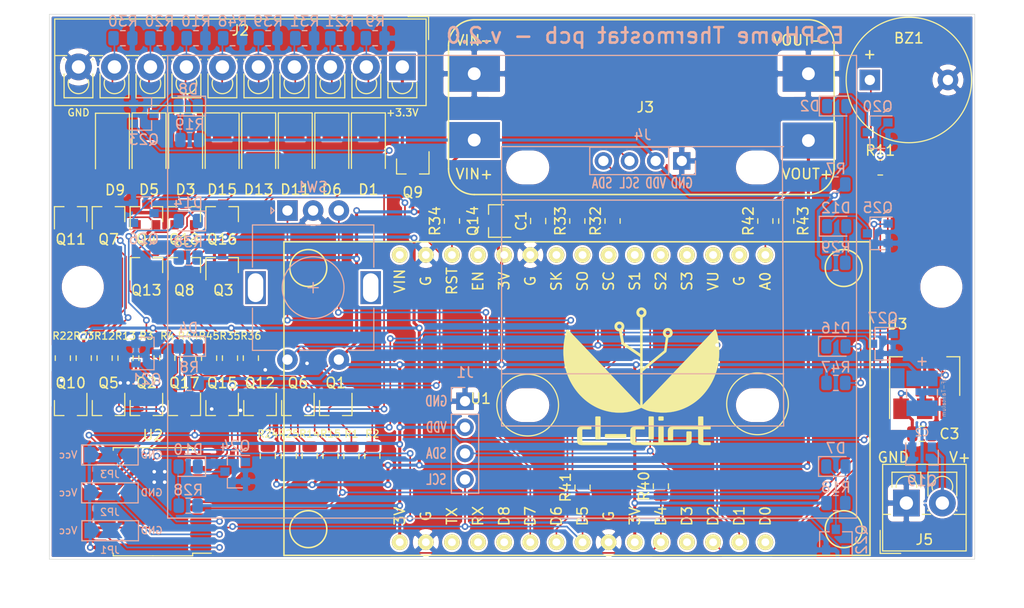
<source format=kicad_pcb>
(kicad_pcb (version 20171130) (host pcbnew 5.1.12-84ad8e8a86~92~ubuntu20.04.1)
  (title_block (title ESPHome-Thermostat-pcb) (date 2022-02-08) (rev 2.0) (company d-diot) (comment 1 https://www.d-diot.com) (comment 2 "mail: info@d-diot.com") (comment 3 "Author: Francesco Berghi"))
  (layers (0 F.Cu signal) (31 B.Cu signal) (34 B.Paste user) (35 F.Paste user) (36 B.SilkS user) (37 F.SilkS user) (38 B.Mask user) (39 F.Mask user) (44 Edge.Cuts user))
  (net 0 "")
  (net 1 "Net-(U1-Pad30)")
  (net 2 "Net-(U1-Pad27)")
  (net 3 "Net-(U1-Pad20)")
  (net 4 "Net-(U1-Pad19)")
  (net 5 "Net-(U1-Pad18)")
  (net 6 "Net-(U1-Pad15)")
  (net 7 "Net-(U1-Pad12)")
  (net 8 "Net-(U1-Pad9)")
  (net 9 "Net-(U1-Pad8)")
  (net 10 "Net-(U1-Pad7)")
  (net 11 "Net-(U1-Pad6)")
  (net 12 "Net-(U1-Pad5)")
  (net 13 "Net-(U1-Pad4)")
  (net 14 "Net-(U1-Pad3)")
  (net 15 "Net-(U1-Pad2)")
  (net 16 "Net-(U2-Pad13)")
  (net 17 "Net-(BZ1-Pad1)")
  (net 18 "Net-(Q2-Pad3)")
  (net 19 GND)
  (net 20 +3.3V)
  (net 21 "Net-(D1-Pad2)")
  (net 22 Relay1)
  (net 23 P0)
  (net 24 Vout+)
  (net 25 "Net-(D2-Pad2)")
  (net 26 "Net-(D3-Pad2)")
  (net 27 "Net-(D4-Pad2)")
  (net 28 "Net-(D5-Pad2)")
  (net 29 "Net-(D6-Pad2)")
  (net 30 "Net-(D7-Pad2)")
  (net 31 "Net-(D8-Pad2)")
  (net 32 "Net-(D9-Pad2)")
  (net 33 "Net-(D10-Pad2)")
  (net 34 Relay6)
  (net 35 "Net-(D11-Pad2)")
  (net 36 Relay2)
  (net 37 "Net-(D12-Pad2)")
  (net 38 Relay7)
  (net 39 "Net-(D13-Pad2)")
  (net 40 Relay8)
  (net 41 "Net-(D14-Pad2)")
  (net 42 Relay3)
  (net 43 "Net-(D15-Pad2)")
  (net 44 Relay4)
  (net 45 "Net-(D16-Pad2)")
  (net 46 Relay5)
  (net 47 P5)
  (net 48 P1)
  (net 49 P6)
  (net 50 P7)
  (net 51 P2)
  (net 52 P3)
  (net 53 P4)
  (net 54 "Net-(Q4-Pad1)")
  (net 55 "Net-(Q5-Pad3)")
  (net 56 "Net-(Q6-Pad3)")
  (net 57 "Net-(Q7-Pad1)")
  (net 58 "Net-(Q8-Pad1)")
  (net 59 "Net-(Q15-Pad3)")
  (net 60 "Net-(Q16-Pad1)")
  (net 61 "Net-(Q17-Pad3)")
  (net 62 D1)
  (net 63 D6)
  (net 64 D7)
  (net 65 RESET)
  (net 66 D4-SDA)
  (net 67 D5-SCL)
  (net 68 D2)
  (net 69 "Net-(JP1-Pad2)")
  (net 70 "Net-(JP2-Pad2)")
  (net 71 "Net-(JP3-Pad2)")
  (net 72 "Net-(C3-Pad1)")
  (net 73 A0)
  (net 74 "Net-(Q1-Pad3)")
  (net 75 "Net-(Q3-Pad1)")
  (net 76 "Net-(C1-Pad2)")
  (net 77 "Net-(J2-Pad1)")
  (net 78 "Net-(Q10-Pad3)")
  (net 79 "Net-(Q11-Pad1)")
  (net 80 "Net-(Q12-Pad3)")
  (net 81 "Net-(Q13-Pad1)")
  (net 82 "Net-(Q18-Pad1)")
  (net 83 "Net-(J5-Pad2)")
  (net 84 "Net-(D2-Pad1)")
  (net 85 "Net-(D4-Pad1)")
  (net 86 "Net-(D7-Pad1)")
  (net 87 "Net-(D8-Pad1)")
  (net 88 "Net-(D10-Pad1)")
  (net 89 "Net-(D12-Pad1)")
  (net 90 "Net-(D14-Pad1)")
  (net 91 "Net-(D16-Pad1)")
  (module Package_TO_SOT_SMD:SOT-23 (layer B.Cu) (at 131.064 82.042 180)
    (fp_text reference Q27 (at 0 2.5) (layer B.SilkS) (effects (justify mirror)))
    (fp_text value NMOS_YJL03N06A)
    (pad 3 smd rect (at 1 0 180) (size 0.9 0.8) (layers B.Cu B.Paste B.Mask) (net 91 "Net-(D16-Pad1)"))
    (pad 2 smd rect (at -1 -0.95 180) (size 0.9 0.8) (layers B.Cu B.Paste B.Mask) (net 19 GND))
    (pad 1 smd rect (at -1 0.95 180) (size 0.9 0.8) (layers B.Cu B.Paste B.Mask) (net 53 P4))
  )
  (module Package_TO_SOT_SMD:SOT-23 (layer B.Cu) (at 59.182 69.342)
    (fp_text reference Q26 (at 0 2.5) (layer B.SilkS) (effects (justify mirror)))
    (fp_text value NMOS_YJL03N06A)
    (pad 3 smd rect (at 1 0) (size 0.9 0.8) (layers B.Cu B.Paste B.Mask) (net 90 "Net-(D14-Pad1)"))
    (pad 2 smd rect (at -1 -0.95) (size 0.9 0.8) (layers B.Cu B.Paste B.Mask) (net 19 GND))
    (pad 1 smd rect (at -1 0.95) (size 0.9 0.8) (layers B.Cu B.Paste B.Mask) (net 52 P3))
  )
  (module Package_TO_SOT_SMD:SOT-23 (layer B.Cu) (at 130.572 71.308 180)
    (fp_text reference Q25 (at 0 2.5) (layer B.SilkS) (effects (justify mirror)))
    (fp_text value NMOS_YJL03N06A)
    (pad 3 smd rect (at 1 0 180) (size 0.9 0.8) (layers B.Cu B.Paste B.Mask) (net 89 "Net-(D12-Pad1)"))
    (pad 2 smd rect (at -1 -0.95 180) (size 0.9 0.8) (layers B.Cu B.Paste B.Mask) (net 19 GND))
    (pad 1 smd rect (at -1 0.95 180) (size 0.9 0.8) (layers B.Cu B.Paste B.Mask) (net 51 P2))
  )
  (module Package_TO_SOT_SMD:SOT-23 (layer B.Cu) (at 68.072 94.488 180)
    (fp_text reference Q24 (at 0 2.5) (layer B.SilkS) (effects (justify mirror)))
    (fp_text value NMOS_YJL03N06A)
    (pad 3 smd rect (at 1 0 180) (size 0.9 0.8) (layers B.Cu B.Paste B.Mask) (net 88 "Net-(D10-Pad1)"))
    (pad 2 smd rect (at -1 -0.95 180) (size 0.9 0.8) (layers B.Cu B.Paste B.Mask) (net 19 GND))
    (pad 1 smd rect (at -1 0.95 180) (size 0.9 0.8) (layers B.Cu B.Paste B.Mask) (net 50 P7))
  )
  (module Package_TO_SOT_SMD:SOT-23 (layer B.Cu) (at 59.182 59.69)
    (fp_text reference Q23 (at 0 2.5) (layer B.SilkS) (effects (justify mirror)))
    (fp_text value NMOS_YJL03N06A)
    (pad 3 smd rect (at 1 0) (size 0.9 0.8) (layers B.Cu B.Paste B.Mask) (net 87 "Net-(D8-Pad1)"))
    (pad 2 smd rect (at -1 -0.95) (size 0.9 0.8) (layers B.Cu B.Paste B.Mask) (net 19 GND))
    (pad 1 smd rect (at -1 0.95) (size 0.9 0.8) (layers B.Cu B.Paste B.Mask) (net 48 P1))
  )
  (module Package_TO_SOT_SMD:SOT-23 (layer B.Cu) (at 126.492 101.092 90)
    (fp_text reference Q22 (at 0 2.5 90) (layer B.SilkS) (effects (justify mirror)))
    (fp_text value NMOS_YJL03N06A)
    (pad 3 smd rect (at 1 0 90) (size 0.9 0.8) (layers B.Cu B.Paste B.Mask) (net 86 "Net-(D7-Pad1)"))
    (pad 2 smd rect (at -1 -0.95 90) (size 0.9 0.8) (layers B.Cu B.Paste B.Mask) (net 19 GND))
    (pad 1 smd rect (at -1 0.95 90) (size 0.9 0.8) (layers B.Cu B.Paste B.Mask) (net 49 P6))
  )
  (module Package_TO_SOT_SMD:SOT-23 (layer B.Cu) (at 59.42 82.992)
    (fp_text reference Q21 (at 0 2.5) (layer B.SilkS) (effects (justify mirror)))
    (fp_text value NMOS_YJL03N06A)
    (pad 3 smd rect (at 1 0) (size 0.9 0.8) (layers B.Cu B.Paste B.Mask) (net 85 "Net-(D4-Pad1)"))
    (pad 2 smd rect (at -1 -0.95) (size 0.9 0.8) (layers B.Cu B.Paste B.Mask) (net 19 GND))
    (pad 1 smd rect (at -1 0.95) (size 0.9 0.8) (layers B.Cu B.Paste B.Mask) (net 47 P5))
  )
  (module Package_TO_SOT_SMD:SOT-23 (layer B.Cu) (at 130.556 61.468 180)
    (fp_text reference Q20 (at 0 2.5) (layer B.SilkS) (effects (justify mirror)))
    (fp_text value NMOS_YJL03N06A)
    (pad 3 smd rect (at 1 0 180) (size 0.9 0.8) (layers B.Cu B.Paste B.Mask) (net 84 "Net-(D2-Pad1)"))
    (pad 2 smd rect (at -1 -0.95 180) (size 0.9 0.8) (layers B.Cu B.Paste B.Mask) (net 19 GND))
    (pad 1 smd rect (at -1 0.95 180) (size 0.9 0.8) (layers B.Cu B.Paste B.Mask) (net 23 P0))
  )
  (module MountingHole:MountingHole_3.7mm (layer F.Cu) (at 136.75 76.5)
    (fp_text reference REF** hide)
    (fp_text value MountingHole_3.7mm)
    (pad 1 np_thru_hole circle (at 0 0) (size 3.7 3.7) (drill 3.7) (layers *.Cu *.Mask))
  )
  (module MountingHole:MountingHole_3.7mm (layer F.Cu) (at 53.25 76.5)
    (fp_text reference REF** hide)
    (fp_text value MountingHole_3.7mm)
    (pad 1 np_thru_hole circle (at 0 0) (size 3.7 3.7) (drill 3.7) (layers *.Cu *.Mask))
  )
  (module Connector_PinSocket_2.54mm:PinSocket_1x04_P2.54mm_Vertical (layer B.Cu) (at 90.424 87.63 180)
    (fp_text reference J1 (at 0 2.794) (layer B.SilkS) (effects (justify mirror)))
    (fp_text value Si7021)
    (pad 4 thru_hole oval (at 0 -7.62 180) (size 1.7 1.7) (drill 1) (layers *.Cu *.Mask) (net 67 D5-SCL))
    (pad 3 thru_hole oval (at 0 -5.08 180) (size 1.7 1.7) (drill 1) (layers *.Cu *.Mask) (net 66 D4-SDA))
    (pad 2 thru_hole oval (at 0 -2.54 180) (size 1.7 1.7) (drill 1) (layers *.Cu *.Mask) (net 20 +3.3V))
    (pad 1 thru_hole rect (at 0 0 180) (size 1.7 1.7) (drill 1) (layers *.Cu *.Mask) (net 19 GND))
  )
  (module logo:d-diot-logo (layer F.Cu) (at 107.569 85.598)
    (fp_text reference G*** hide)
    (fp_text value LOGO hide)
  )
  (module Resistor_SMD:R_0805_2012Metric (layer F.Cu) (at 101.854 96.012 90)
    (fp_text reference R41 (at 0 -1.65 90) (layer F.SilkS))
    (fp_text value 10K)
    (pad 2 smd roundrect (at 0.9125 0 90) (size 1.025 1.4) (layers F.Cu F.Paste F.Mask) (roundrect_rratio 0.2439004878048781) (net 20 +3.3V))
    (pad 1 smd roundrect (at -0.9125 0 90) (size 1.025 1.4) (layers F.Cu F.Paste F.Mask) (roundrect_rratio 0.2439004878048781) (net 67 D5-SCL))
  )
  (module Resistor_SMD:R_0805_2012Metric (layer F.Cu) (at 109.474 95.885 270)
    (fp_text reference R40 (at 0 1.651 90) (layer F.SilkS))
    (fp_text value 10K)
    (pad 2 smd roundrect (at 0.9125 0 270) (size 1.025 1.4) (layers F.Cu F.Paste F.Mask) (roundrect_rratio 0.2439004878048781) (net 66 D4-SDA))
    (pad 1 smd roundrect (at -0.9125 0 270) (size 1.025 1.4) (layers F.Cu F.Paste F.Mask) (roundrect_rratio 0.2439004878048781) (net 20 +3.3V))
  )
  (module Resistor_SMD:R_0805_2012Metric (layer F.Cu) (at 89.154 70.104 90)
    (fp_text reference R34 (at 0 -1.65 90) (layer F.SilkS))
    (fp_text value 10K)
    (pad 2 smd roundrect (at 0.9125 0 90) (size 1.025 1.4) (layers F.Cu F.Paste F.Mask) (roundrect_rratio 0.2439004878048781) (net 20 +3.3V))
    (pad 1 smd roundrect (at -0.9125 0 90) (size 1.025 1.4) (layers F.Cu F.Paste F.Mask) (roundrect_rratio 0.2439004878048781) (net 65 RESET))
  )
  (module Package_TO_SOT_SMD:SOT-23 (layer F.Cu) (at 85.344 64.77 270)
    (fp_text reference Q9 (at 2.54 0) (layer F.SilkS))
    (fp_text value PMOS_AP40P05)
    (pad 3 smd rect (at 1 0 270) (size 0.9 0.8) (layers F.Cu F.Paste F.Mask) (net 20 +3.3V))
    (pad 2 smd rect (at -1 0.95 270) (size 0.9 0.8) (layers F.Cu F.Paste F.Mask) (net 77 "Net-(J2-Pad1)"))
    (pad 1 smd rect (at -1 -0.95 270) (size 0.9 0.8) (layers F.Cu F.Paste F.Mask) (net 19 GND))
  )
  (module Resistor_SMD:R_0805_2012Metric (layer F.Cu) (at 121.666 70.104 270)
    (fp_text reference R43 (at 0 -1.65 90) (layer F.SilkS))
    (fp_text value 1K)
    (pad 2 smd roundrect (at 0.9125 0 270) (size 1.025 1.4) (layers F.Cu F.Paste F.Mask) (roundrect_rratio 0.2439004878048781) (net 73 A0))
    (pad 1 smd roundrect (at -0.9125 0 270) (size 1.025 1.4) (layers F.Cu F.Paste F.Mask) (roundrect_rratio 0.2439004878048781) (net 19 GND))
  )
  (module Resistor_SMD:R_0805_2012Metric (layer F.Cu) (at 119.634 70.104 90)
    (fp_text reference R42 (at 0 -1.65 90) (layer F.SilkS))
    (fp_text value 7.5K)
    (pad 2 smd roundrect (at 0.9125 0 90) (size 1.025 1.4) (layers F.Cu F.Paste F.Mask) (roundrect_rratio 0.2439004878048781) (net 24 Vout+))
    (pad 1 smd roundrect (at -0.9125 0 90) (size 1.025 1.4) (layers F.Cu F.Paste F.Mask) (roundrect_rratio 0.2439004878048781) (net 73 A0))
  )
  (module Resistor_SMD:R_0805_2012Metric (layer F.Cu) (at 101.346 70.104 90)
    (fp_text reference R33 (at 0 -1.651 90) (layer F.SilkS))
    (fp_text value 2M)
    (pad 2 smd roundrect (at 0.9125 0 90) (size 1.025 1.4) (layers F.Cu F.Paste F.Mask) (roundrect_rratio 0.2439004878048781) (net 62 D1))
    (pad 1 smd roundrect (at -0.9125 0 90) (size 1.025 1.4) (layers F.Cu F.Paste F.Mask) (roundrect_rratio 0.2439004878048781) (net 76 "Net-(C1-Pad2)"))
  )
  (module Resistor_SMD:R_0805_2012Metric (layer F.Cu) (at 104.775 70.104 90)
    (fp_text reference R32 (at 0 -1.65 90) (layer F.SilkS))
    (fp_text value 10K)
    (pad 2 smd roundrect (at 0.9125 0 90) (size 1.025 1.4) (layers F.Cu F.Paste F.Mask) (roundrect_rratio 0.2439004878048781) (net 62 D1))
    (pad 1 smd roundrect (at -0.9125 0 90) (size 1.025 1.4) (layers F.Cu F.Paste F.Mask) (roundrect_rratio 0.2439004878048781) (net 19 GND))
  )
  (module Resistor_SMD:R_0805_2012Metric (layer B.Cu) (at 67.818 52.324 180)
    (fp_text reference R48 (at 0 1.65) (layer B.SilkS) (effects (justify mirror)))
    (fp_text value 1M)
    (pad 2 smd roundrect (at 0.9125 0 180) (size 1.025 1.4) (layers B.Cu B.Paste B.Mask) (roundrect_rratio 0.2439004878048781) (net 46 Relay5))
    (pad 1 smd roundrect (at -0.9125 0 180) (size 1.025 1.4) (layers B.Cu B.Paste B.Mask) (roundrect_rratio 0.2439004878048781) (net 19 GND))
  )
  (module Resistor_SMD:R_0805_2012Metric (layer B.Cu) (at 71.2705 52.324 180)
    (fp_text reference R39 (at 0 1.65) (layer B.SilkS) (effects (justify mirror)))
    (fp_text value 1M)
    (pad 2 smd roundrect (at 0.9125 0 180) (size 1.025 1.4) (layers B.Cu B.Paste B.Mask) (roundrect_rratio 0.2439004878048781) (net 44 Relay4))
    (pad 1 smd roundrect (at -0.9125 0 180) (size 1.025 1.4) (layers B.Cu B.Paste B.Mask) (roundrect_rratio 0.2439004878048781) (net 19 GND))
  )
  (module Resistor_SMD:R_0805_2012Metric (layer B.Cu) (at 74.8265 52.324 180)
    (fp_text reference R31 (at 0 1.65) (layer B.SilkS) (effects (justify mirror)))
    (fp_text value 1M)
    (pad 2 smd roundrect (at 0.9125 0 180) (size 1.025 1.4) (layers B.Cu B.Paste B.Mask) (roundrect_rratio 0.2439004878048781) (net 42 Relay3))
    (pad 1 smd roundrect (at -0.9125 0 180) (size 1.025 1.4) (layers B.Cu B.Paste B.Mask) (roundrect_rratio 0.2439004878048781) (net 19 GND))
  )
  (module Resistor_SMD:R_0805_2012Metric (layer B.Cu) (at 57.15 52.324 180)
    (fp_text reference R30 (at 0 1.65) (layer B.SilkS) (effects (justify mirror)))
    (fp_text value 1M)
    (pad 2 smd roundrect (at 0.9125 0 180) (size 1.025 1.4) (layers B.Cu B.Paste B.Mask) (roundrect_rratio 0.2439004878048781) (net 40 Relay8))
    (pad 1 smd roundrect (at -0.9125 0 180) (size 1.025 1.4) (layers B.Cu B.Paste B.Mask) (roundrect_rratio 0.2439004878048781) (net 19 GND))
  )
  (module Resistor_SMD:R_0805_2012Metric (layer B.Cu) (at 60.706 52.324 180)
    (fp_text reference R20 (at 0 1.65) (layer B.SilkS) (effects (justify mirror)))
    (fp_text value 1M)
    (pad 2 smd roundrect (at 0.9125 0 180) (size 1.025 1.4) (layers B.Cu B.Paste B.Mask) (roundrect_rratio 0.2439004878048781) (net 38 Relay7))
    (pad 1 smd roundrect (at -0.9125 0 180) (size 1.025 1.4) (layers B.Cu B.Paste B.Mask) (roundrect_rratio 0.2439004878048781) (net 19 GND))
  )
  (module Resistor_SMD:R_0805_2012Metric (layer B.Cu) (at 78.232 52.324 180)
    (fp_text reference R21 (at 0 1.65) (layer B.SilkS) (effects (justify mirror)))
    (fp_text value 1M)
    (pad 2 smd roundrect (at 0.9125 0 180) (size 1.025 1.4) (layers B.Cu B.Paste B.Mask) (roundrect_rratio 0.2439004878048781) (net 36 Relay2))
    (pad 1 smd roundrect (at -0.9125 0 180) (size 1.025 1.4) (layers B.Cu B.Paste B.Mask) (roundrect_rratio 0.2439004878048781) (net 19 GND))
  )
  (module Resistor_SMD:R_0805_2012Metric (layer B.Cu) (at 64.262 52.324 180)
    (fp_text reference R10 (at 0 1.65) (layer B.SilkS) (effects (justify mirror)))
    (fp_text value 1M)
    (pad 2 smd roundrect (at 0.9125 0 180) (size 1.025 1.4) (layers B.Cu B.Paste B.Mask) (roundrect_rratio 0.2439004878048781) (net 34 Relay6))
    (pad 1 smd roundrect (at -0.9125 0 180) (size 1.025 1.4) (layers B.Cu B.Paste B.Mask) (roundrect_rratio 0.2439004878048781) (net 19 GND))
  )
  (module Resistor_SMD:R_0805_2012Metric (layer B.Cu) (at 126.492 85.852)
    (fp_text reference R47 (at 0 -1.524) (layer B.SilkS) (effects (justify mirror)))
    (fp_text value 300)
    (pad 2 smd roundrect (at 0.9125 0) (size 1.025 1.4) (layers B.Cu B.Paste B.Mask) (roundrect_rratio 0.2439004878048781) (net 45 "Net-(D16-Pad2)"))
    (pad 1 smd roundrect (at -0.9125 0) (size 1.025 1.4) (layers B.Cu B.Paste B.Mask) (roundrect_rratio 0.2439004878048781) (net 20 +3.3V))
  )
  (module Resistor_SMD:R_0805_2012Metric (layer F.Cu) (at 65.532 83.439 90)
    (fp_text reference R45 (at 2.159 0 180) (layer F.SilkS) (effects (font (size 0.7 0.7) (thickness 0.12))))
    (fp_text value 10K)
    (pad 2 smd roundrect (at 0.9125 0 90) (size 1.025 1.4) (layers F.Cu F.Paste F.Mask) (roundrect_rratio 0.2439004878048781) (net 24 Vout+))
    (pad 1 smd roundrect (at -0.9125 0 90) (size 1.025 1.4) (layers F.Cu F.Paste F.Mask) (roundrect_rratio 0.2439004878048781) (net 82 "Net-(Q18-Pad1)"))
  )
  (module Resistor_SMD:R_0805_2012Metric (layer F.Cu) (at 63.5 83.4625 270)
    (fp_text reference R44 (at -2.1825 0 180) (layer F.SilkS) (effects (font (size 0.7 0.7) (thickness 0.12))))
    (fp_text value 10K)
    (pad 2 smd roundrect (at 0.9125 0 270) (size 1.025 1.4) (layers F.Cu F.Paste F.Mask) (roundrect_rratio 0.2439004878048781) (net 61 "Net-(Q17-Pad3)"))
    (pad 1 smd roundrect (at -0.9125 0 270) (size 1.025 1.4) (layers F.Cu F.Paste F.Mask) (roundrect_rratio 0.2439004878048781) (net 82 "Net-(Q18-Pad1)"))
  )
  (module Resistor_SMD:R_0805_2012Metric (layer B.Cu) (at 63.5 73.66 180)
    (fp_text reference R38 (at 0 1.524) (layer B.SilkS) (effects (justify mirror)))
    (fp_text value 300)
    (pad 2 smd roundrect (at 0.9125 0 180) (size 1.025 1.4) (layers B.Cu B.Paste B.Mask) (roundrect_rratio 0.2439004878048781) (net 41 "Net-(D14-Pad2)"))
    (pad 1 smd roundrect (at -0.9125 0 180) (size 1.025 1.4) (layers B.Cu B.Paste B.Mask) (roundrect_rratio 0.2439004878048781) (net 20 +3.3V))
  )
  (module Resistor_SMD:R_0805_2012Metric (layer F.Cu) (at 69.596 83.439 90)
    (fp_text reference R36 (at 2.159 0 180) (layer F.SilkS) (effects (font (size 0.7 0.7) (thickness 0.12))))
    (fp_text value 10K)
    (pad 2 smd roundrect (at 0.9125 0 90) (size 1.025 1.4) (layers F.Cu F.Paste F.Mask) (roundrect_rratio 0.2439004878048781) (net 24 Vout+))
    (pad 1 smd roundrect (at -0.9125 0 90) (size 1.025 1.4) (layers F.Cu F.Paste F.Mask) (roundrect_rratio 0.2439004878048781) (net 60 "Net-(Q16-Pad1)"))
  )
  (module Resistor_SMD:R_0805_2012Metric (layer F.Cu) (at 67.564 83.439 270)
    (fp_text reference R35 (at -2.159 0 180) (layer F.SilkS) (effects (font (size 0.7 0.7) (thickness 0.12))))
    (fp_text value 10K)
    (pad 2 smd roundrect (at 0.9125 0 270) (size 1.025 1.4) (layers F.Cu F.Paste F.Mask) (roundrect_rratio 0.2439004878048781) (net 59 "Net-(Q15-Pad3)"))
    (pad 1 smd roundrect (at -0.9125 0 270) (size 1.025 1.4) (layers F.Cu F.Paste F.Mask) (roundrect_rratio 0.2439004878048781) (net 60 "Net-(Q16-Pad1)"))
  )
  (module Resistor_SMD:R_0805_2012Metric (layer B.Cu) (at 126.492 74.168)
    (fp_text reference R29 (at 0 -1.524) (layer B.SilkS) (effects (justify mirror)))
    (fp_text value 300)
    (pad 2 smd roundrect (at 0.9125 0) (size 1.025 1.4) (layers B.Cu B.Paste B.Mask) (roundrect_rratio 0.2439004878048781) (net 37 "Net-(D12-Pad2)"))
    (pad 1 smd roundrect (at -0.9125 0) (size 1.025 1.4) (layers B.Cu B.Paste B.Mask) (roundrect_rratio 0.2439004878048781) (net 20 +3.3V))
  )
  (module Resistor_SMD:R_0805_2012Metric (layer B.Cu) (at 63.5 97.79 180)
    (fp_text reference R28 (at 0 1.524) (layer B.SilkS) (effects (justify mirror)))
    (fp_text value 300)
    (pad 2 smd roundrect (at 0.9125 0 180) (size 1.025 1.4) (layers B.Cu B.Paste B.Mask) (roundrect_rratio 0.2439004878048781) (net 33 "Net-(D10-Pad2)"))
    (pad 1 smd roundrect (at -0.9125 0 180) (size 1.025 1.4) (layers B.Cu B.Paste B.Mask) (roundrect_rratio 0.2439004878048781) (net 20 +3.3V))
  )
  (module Resistor_SMD:R_0805_2012Metric (layer F.Cu) (at 73.279 92.964 270)
    (fp_text reference R25 (at -2.159 0 180) (layer F.SilkS) (effects (font (size 0.7 0.7) (thickness 0.12))))
    (fp_text value 10K)
    (pad 2 smd roundrect (at 0.9125 0 270) (size 1.025 1.4) (layers F.Cu F.Paste F.Mask) (roundrect_rratio 0.2439004878048781) (net 24 Vout+))
    (pad 1 smd roundrect (at -0.9125 0 270) (size 1.025 1.4) (layers F.Cu F.Paste F.Mask) (roundrect_rratio 0.2439004878048781) (net 81 "Net-(Q13-Pad1)"))
  )
  (module Resistor_SMD:R_0805_2012Metric (layer F.Cu) (at 71.247 92.964 90)
    (fp_text reference R24 (at 2.159 0 180) (layer F.SilkS) (effects (font (size 0.7 0.7) (thickness 0.12))))
    (fp_text value 10K)
    (pad 2 smd roundrect (at 0.9125 0 90) (size 1.025 1.4) (layers F.Cu F.Paste F.Mask) (roundrect_rratio 0.2439004878048781) (net 80 "Net-(Q12-Pad3)"))
    (pad 1 smd roundrect (at -0.9125 0 90) (size 1.025 1.4) (layers F.Cu F.Paste F.Mask) (roundrect_rratio 0.2439004878048781) (net 81 "Net-(Q13-Pad1)"))
  )
  (module Resistor_SMD:R_0805_2012Metric (layer F.Cu) (at 53.34 83.439 90)
    (fp_text reference R23 (at 2.159 0 180) (layer F.SilkS) (effects (font (size 0.7 0.7) (thickness 0.12))))
    (fp_text value 10K)
    (pad 2 smd roundrect (at 0.9125 0 90) (size 1.025 1.4) (layers F.Cu F.Paste F.Mask) (roundrect_rratio 0.2439004878048781) (net 24 Vout+))
    (pad 1 smd roundrect (at -0.9125 0 90) (size 1.025 1.4) (layers F.Cu F.Paste F.Mask) (roundrect_rratio 0.2439004878048781) (net 79 "Net-(Q11-Pad1)"))
  )
  (module Resistor_SMD:R_0805_2012Metric (layer F.Cu) (at 51.308 83.439 270)
    (fp_text reference R22 (at -2.159 0 180) (layer F.SilkS) (effects (font (size 0.7 0.7) (thickness 0.12))))
    (fp_text value 10K)
    (pad 2 smd roundrect (at 0.9125 0 270) (size 1.025 1.4) (layers F.Cu F.Paste F.Mask) (roundrect_rratio 0.2439004878048781) (net 78 "Net-(Q10-Pad3)"))
    (pad 1 smd roundrect (at -0.9125 0 270) (size 1.025 1.4) (layers F.Cu F.Paste F.Mask) (roundrect_rratio 0.2439004878048781) (net 79 "Net-(Q11-Pad1)"))
  )
  (module Resistor_SMD:R_0805_2012Metric (layer B.Cu) (at 126.492 97.536 180)
    (fp_text reference R18 (at 0 1.524) (layer B.SilkS) (effects (justify mirror)))
    (fp_text value 300)
    (pad 2 smd roundrect (at 0.9125 0 180) (size 1.025 1.4) (layers B.Cu B.Paste B.Mask) (roundrect_rratio 0.2439004878048781) (net 20 +3.3V))
    (pad 1 smd roundrect (at -0.9125 0 180) (size 1.025 1.4) (layers B.Cu B.Paste B.Mask) (roundrect_rratio 0.2439004878048781) (net 30 "Net-(D7-Pad2)"))
  )
  (module Resistor_SMD:R_0805_2012Metric (layer B.Cu) (at 63.6505 62.23 180)
    (fp_text reference R19 (at 0 1.524) (layer B.SilkS) (effects (justify mirror)))
    (fp_text value 300)
    (pad 2 smd roundrect (at 0.9125 0 180) (size 1.025 1.4) (layers B.Cu B.Paste B.Mask) (roundrect_rratio 0.2439004878048781) (net 31 "Net-(D8-Pad2)"))
    (pad 1 smd roundrect (at -0.9125 0 180) (size 1.025 1.4) (layers B.Cu B.Paste B.Mask) (roundrect_rratio 0.2439004878048781) (net 20 +3.3V))
  )
  (module Resistor_SMD:R_0805_2012Metric (layer F.Cu) (at 57.404 83.439 90)
    (fp_text reference R13 (at 2.159 0 180) (layer F.SilkS) (effects (font (size 0.7 0.7) (thickness 0.12))))
    (fp_text value 10K)
    (pad 2 smd roundrect (at 0.9125 0 90) (size 1.025 1.4) (layers F.Cu F.Paste F.Mask) (roundrect_rratio 0.2439004878048781) (net 24 Vout+))
    (pad 1 smd roundrect (at -0.9125 0 90) (size 1.025 1.4) (layers F.Cu F.Paste F.Mask) (roundrect_rratio 0.2439004878048781) (net 57 "Net-(Q7-Pad1)"))
  )
  (module Resistor_SMD:R_0805_2012Metric (layer F.Cu) (at 55.372 83.439 270)
    (fp_text reference R12 (at -2.159 0 180) (layer F.SilkS) (effects (font (size 0.7 0.7) (thickness 0.12))))
    (fp_text value 10K)
    (pad 2 smd roundrect (at 0.9125 0 270) (size 1.025 1.4) (layers F.Cu F.Paste F.Mask) (roundrect_rratio 0.2439004878048781) (net 55 "Net-(Q5-Pad3)"))
    (pad 1 smd roundrect (at -0.9125 0 270) (size 1.025 1.4) (layers F.Cu F.Paste F.Mask) (roundrect_rratio 0.2439004878048781) (net 57 "Net-(Q7-Pad1)"))
  )
  (module Resistor_SMD:R_0805_2012Metric (layer F.Cu) (at 77.343 92.964 270)
    (fp_text reference R15 (at -2.159 0 180) (layer F.SilkS) (effects (font (size 0.7 0.7) (thickness 0.12))))
    (fp_text value 10K)
    (pad 2 smd roundrect (at 0.9125 0 270) (size 1.025 1.4) (layers F.Cu F.Paste F.Mask) (roundrect_rratio 0.2439004878048781) (net 24 Vout+))
    (pad 1 smd roundrect (at -0.9125 0 270) (size 1.025 1.4) (layers F.Cu F.Paste F.Mask) (roundrect_rratio 0.2439004878048781) (net 58 "Net-(Q8-Pad1)"))
  )
  (module Resistor_SMD:R_0805_2012Metric (layer F.Cu) (at 75.311 92.964 90)
    (fp_text reference R14 (at 2.159 0 180) (layer F.SilkS) (effects (font (size 0.7 0.7) (thickness 0.12))))
    (fp_text value 10K)
    (pad 2 smd roundrect (at 0.9125 0 90) (size 1.025 1.4) (layers F.Cu F.Paste F.Mask) (roundrect_rratio 0.2439004878048781) (net 56 "Net-(Q6-Pad3)"))
    (pad 1 smd roundrect (at -0.9125 0 90) (size 1.025 1.4) (layers F.Cu F.Paste F.Mask) (roundrect_rratio 0.2439004878048781) (net 58 "Net-(Q8-Pad1)"))
  )
  (module Resistor_SMD:R_0805_2012Metric (layer B.Cu) (at 81.6845 52.324 180)
    (fp_text reference R9 (at 0 1.65) (layer B.SilkS) (effects (justify mirror)))
    (fp_text value 1M)
    (pad 2 smd roundrect (at 0.9125 0 180) (size 1.025 1.4) (layers B.Cu B.Paste B.Mask) (roundrect_rratio 0.2439004878048781) (net 22 Relay1))
    (pad 1 smd roundrect (at -0.9125 0 180) (size 1.025 1.4) (layers B.Cu B.Paste B.Mask) (roundrect_rratio 0.2439004878048781) (net 19 GND))
  )
  (module Resistor_SMD:R_0805_2012Metric (layer B.Cu) (at 63.6035 85.852 180)
    (fp_text reference R8 (at 0 1.524) (layer B.SilkS) (effects (justify mirror)))
    (fp_text value 300)
    (pad 2 smd roundrect (at 0.9125 0 180) (size 1.025 1.4) (layers B.Cu B.Paste B.Mask) (roundrect_rratio 0.2439004878048781) (net 27 "Net-(D4-Pad2)"))
    (pad 1 smd roundrect (at -0.9125 0 180) (size 1.025 1.4) (layers B.Cu B.Paste B.Mask) (roundrect_rratio 0.2439004878048781) (net 20 +3.3V))
  )
  (module Resistor_SMD:R_0805_2012Metric (layer F.Cu) (at 61.468 83.439 90)
    (fp_text reference R4 (at 2.159 0 180) (layer F.SilkS) (effects (font (size 0.7 0.7) (thickness 0.12))))
    (fp_text value 10K)
    (pad 2 smd roundrect (at 0.9125 0 90) (size 1.025 1.4) (layers F.Cu F.Paste F.Mask) (roundrect_rratio 0.2439004878048781) (net 24 Vout+))
    (pad 1 smd roundrect (at -0.9125 0 90) (size 1.025 1.4) (layers F.Cu F.Paste F.Mask) (roundrect_rratio 0.2439004878048781) (net 54 "Net-(Q4-Pad1)"))
  )
  (module Resistor_SMD:R_0805_2012Metric (layer F.Cu) (at 59.436 83.439 270)
    (fp_text reference R3 (at -2.159 0 180) (layer F.SilkS) (effects (font (size 0.7 0.7) (thickness 0.12))))
    (fp_text value 10K)
    (pad 2 smd roundrect (at 0.9125 0 270) (size 1.025 1.4) (layers F.Cu F.Paste F.Mask) (roundrect_rratio 0.2439004878048781) (net 18 "Net-(Q2-Pad3)"))
    (pad 1 smd roundrect (at -0.9125 0 270) (size 1.025 1.4) (layers F.Cu F.Paste F.Mask) (roundrect_rratio 0.2439004878048781) (net 54 "Net-(Q4-Pad1)"))
  )
  (module Resistor_SMD:R_0805_2012Metric (layer B.Cu) (at 126.492 66.548 180)
    (fp_text reference R7 (at 0 1.524) (layer B.SilkS) (effects (justify mirror)))
    (fp_text value 300)
    (pad 2 smd roundrect (at 0.9125 0 180) (size 1.025 1.4) (layers B.Cu B.Paste B.Mask) (roundrect_rratio 0.2439004878048781) (net 25 "Net-(D2-Pad2)"))
    (pad 1 smd roundrect (at -0.9125 0 180) (size 1.025 1.4) (layers B.Cu B.Paste B.Mask) (roundrect_rratio 0.2439004878048781) (net 20 +3.3V))
  )
  (module Resistor_SMD:R_0805_2012Metric (layer F.Cu) (at 81.407 92.964 270)
    (fp_text reference R2 (at -2.159 0 180) (layer F.SilkS) (effects (font (size 0.7 0.7) (thickness 0.12))))
    (fp_text value 10K)
    (pad 2 smd roundrect (at 0.9125 0 270) (size 1.025 1.4) (layers F.Cu F.Paste F.Mask) (roundrect_rratio 0.2439004878048781) (net 24 Vout+))
    (pad 1 smd roundrect (at -0.9125 0 270) (size 1.025 1.4) (layers F.Cu F.Paste F.Mask) (roundrect_rratio 0.2439004878048781) (net 75 "Net-(Q3-Pad1)"))
  )
  (module Resistor_SMD:R_0805_2012Metric (layer F.Cu) (at 79.375 92.9875 90)
    (fp_text reference R1 (at 2.159 0 180) (layer F.SilkS) (effects (font (size 0.7 0.7) (thickness 0.12))))
    (fp_text value 10K)
    (pad 2 smd roundrect (at 0.9125 0 90) (size 1.025 1.4) (layers F.Cu F.Paste F.Mask) (roundrect_rratio 0.2439004878048781) (net 74 "Net-(Q1-Pad3)"))
    (pad 1 smd roundrect (at -0.9125 0 90) (size 1.025 1.4) (layers F.Cu F.Paste F.Mask) (roundrect_rratio 0.2439004878048781) (net 75 "Net-(Q3-Pad1)"))
  )
  (module Resistor_SMD:R_0805_2012Metric (layer F.Cu) (at 130.81 64.897)
    (fp_text reference R11 (at 0 -1.65) (layer F.SilkS))
    (fp_text value 300)
    (pad 2 smd roundrect (at 0.9125 0) (size 1.025 1.4) (layers F.Cu F.Paste F.Mask) (roundrect_rratio 0.2439004878048781) (net 68 D2))
    (pad 1 smd roundrect (at -0.9125 0) (size 1.025 1.4) (layers F.Cu F.Paste F.Mask) (roundrect_rratio 0.2439004878048781) (net 17 "Net-(BZ1-Pad1)"))
  )
  (module TerminalBlock_4Ucon:TerminalBlock_4Ucon_1x02_P3.50mm_Vertical (layer F.Cu) (at 133.35 97.536)
    (fp_text reference J5 (at 1.75 3.556) (layer F.SilkS))
    (fp_text value Vin)
    (pad 2 thru_hole circle (at 3.5 0) (size 2.6 2.6) (drill 1.3) (layers *.Cu *.Mask) (net 83 "Net-(J5-Pad2)"))
    (pad 1 thru_hole rect (at 0 0) (size 2.6 2.6) (drill 1.3) (layers *.Cu *.Mask) (net 19 GND))
  )
  (module LED_SMD:LED_0805_2012Metric (layer B.Cu) (at 126.492 82.296)
    (fp_text reference D16 (at 0 -1.778) (layer B.SilkS) (effects (justify mirror)))
    (fp_text value G-LED)
    (pad 2 smd roundrect (at 0.9375 0) (size 0.975 1.4) (layers B.Cu B.Paste B.Mask) (net 45 "Net-(D16-Pad2)"))
    (pad 1 smd roundrect (at -0.9375 0) (size 0.975 1.4) (layers B.Cu B.Paste B.Mask) (net 91 "Net-(D16-Pad1)"))
  )
  (module LED_SMD:LED_0805_2012Metric (layer B.Cu) (at 63.5 70.104 180)
    (fp_text reference D14 (at 0 1.778) (layer B.SilkS) (effects (justify mirror)))
    (fp_text value Y-LED)
    (pad 2 smd roundrect (at 0.9375 0 180) (size 0.975 1.4) (layers B.Cu B.Paste B.Mask) (net 41 "Net-(D14-Pad2)"))
    (pad 1 smd roundrect (at -0.9375 0 180) (size 0.975 1.4) (layers B.Cu B.Paste B.Mask) (net 90 "Net-(D14-Pad1)"))
  )
  (module LED_SMD:LED_0805_2012Metric (layer B.Cu) (at 126.5705 70.612)
    (fp_text reference D12 (at -0.0785 -1.778) (layer B.SilkS) (effects (justify mirror)))
    (fp_text value W-LED)
    (pad 2 smd roundrect (at 0.9375 0) (size 0.975 1.4) (layers B.Cu B.Paste B.Mask) (net 37 "Net-(D12-Pad2)"))
    (pad 1 smd roundrect (at -0.9375 0) (size 0.975 1.4) (layers B.Cu B.Paste B.Mask) (net 89 "Net-(D12-Pad1)"))
  )
  (module LED_SMD:LED_0805_2012Metric (layer B.Cu) (at 63.5 93.98 180)
    (fp_text reference D10 (at 0 1.65) (layer B.SilkS) (effects (justify mirror)))
    (fp_text value Y-LED)
    (pad 2 smd roundrect (at 0.9375 0 180) (size 0.975 1.4) (layers B.Cu B.Paste B.Mask) (net 33 "Net-(D10-Pad2)"))
    (pad 1 smd roundrect (at -0.9375 0 180) (size 0.975 1.4) (layers B.Cu B.Paste B.Mask) (net 88 "Net-(D10-Pad1)"))
  )
  (module LED_SMD:LED_0805_2012Metric (layer B.Cu) (at 126.492 93.98)
    (fp_text reference D7 (at 0 -1.778) (layer B.SilkS) (effects (justify mirror)))
    (fp_text value Y-LED)
    (pad 2 smd roundrect (at 0.9375 0) (size 0.975 1.4) (layers B.Cu B.Paste B.Mask) (net 30 "Net-(D7-Pad2)"))
    (pad 1 smd roundrect (at -0.9375 0) (size 0.975 1.4) (layers B.Cu B.Paste B.Mask) (net 86 "Net-(D7-Pad1)"))
  )
  (module LED_SMD:LED_0805_2012Metric (layer B.Cu) (at 63.5 58.928 180)
    (fp_text reference D8 (at 0 1.65) (layer B.SilkS) (effects (justify mirror)))
    (fp_text value B-LED)
    (pad 2 smd roundrect (at 0.9375 0 180) (size 0.975 1.4) (layers B.Cu B.Paste B.Mask) (net 31 "Net-(D8-Pad2)"))
    (pad 1 smd roundrect (at -0.9375 0 180) (size 0.975 1.4) (layers B.Cu B.Paste B.Mask) (net 87 "Net-(D8-Pad1)"))
  )
  (module LED_SMD:LED_0805_2012Metric (layer B.Cu) (at 63.5 82.296 180)
    (fp_text reference D4 (at 0 1.778) (layer B.SilkS) (effects (justify mirror)))
    (fp_text value Y-LED)
    (pad 2 smd roundrect (at 0.9375 0 180) (size 0.975 1.4) (layers B.Cu B.Paste B.Mask) (net 27 "Net-(D4-Pad2)"))
    (pad 1 smd roundrect (at -0.9375 0 180) (size 0.975 1.4) (layers B.Cu B.Paste B.Mask) (net 85 "Net-(D4-Pad1)"))
  )
  (module LED_SMD:LED_0805_2012Metric (layer B.Cu) (at 126.5705 58.928)
    (fp_text reference D2 (at -2.6185 0) (layer B.SilkS) (effects (justify mirror)))
    (fp_text value R-LED)
    (pad 2 smd roundrect (at 0.9375 0) (size 0.975 1.4) (layers B.Cu B.Paste B.Mask) (net 25 "Net-(D2-Pad2)"))
    (pad 1 smd roundrect (at -0.9375 0) (size 0.975 1.4) (layers B.Cu B.Paste B.Mask) (net 84 "Net-(D2-Pad1)"))
  )
  (module Capacitor_SMD:C_0805_2012Metric (layer F.Cu) (at 134.874 90.805 180)
    (fp_text reference C3 (at -2.667 0) (layer F.SilkS))
    (fp_text value 10uF)
    (pad 2 smd roundrect (at 0.95 0 180) (size 1 1.45) (layers F.Cu F.Paste F.Mask) (net 19 GND))
    (pad 1 smd roundrect (at -0.95 0 180) (size 1 1.45) (layers F.Cu F.Paste F.Mask) (net 72 "Net-(C3-Pad1)"))
  )
  (module CAPPC3528X210N:CAPPC3528X210N (layer B.Cu) (at 134.874 86.868 270)
    (fp_text reference C2 (at 3.81 0 180) (layer B.SilkS) (effects (font (size 0.7 0.7) (thickness 0.12)) (justify mirror)))
    (fp_text value 22uF-Tantalum (at 0 -2.1 270) (layer B.SilkS) (effects (font (size 0.393701 0.393701) (thickness 0.05)) (justify mirror)))
    (pad 2 smd rect (at 1.45 0 270) (size 1.51 3.02) (layers B.Cu B.Paste B.Mask) (net 19 GND))
    (pad 1 smd rect (at -1.45 0 270) (size 1.51 3.02) (layers B.Cu B.Paste B.Mask) (net 20 +3.3V))
  )
  (module Capacitor_SMD:C_0805_2012Metric (layer F.Cu) (at 97.536 70.104 270)
    (fp_text reference C1 (at 0 1.651 270) (layer F.SilkS))
    (fp_text value 10uF)
    (pad 2 smd roundrect (at 0.95 0 270) (size 1 1.45) (layers F.Cu F.Paste F.Mask) (net 76 "Net-(C1-Pad2)"))
    (pad 1 smd roundrect (at -0.95 0 270) (size 1 1.45) (layers F.Cu F.Paste F.Mask) (net 19 GND))
  )
  (module Package_TO_SOT_SMD:SOT-223-3_TabPin2 (layer F.Cu) (at 135.128 85.217 90)
    (fp_text reference U3 (at 5.08 -2.667 180) (layer F.SilkS))
    (fp_text value AMS1117-3.3)
    (pad 1 smd rect (at -3.15 -2.3 90) (size 2 1.5) (layers F.Cu F.Paste F.Mask) (net 19 GND))
    (pad 3 smd rect (at -3.15 2.3 90) (size 2 1.5) (layers F.Cu F.Paste F.Mask) (net 72 "Net-(C3-Pad1)"))
    (pad 2 smd rect (at -3.15 0 90) (size 2 1.5) (layers F.Cu F.Paste F.Mask) (net 20 +3.3V))
    (pad 2 smd rect (at 3.15 0 90) (size 2 3.8) (layers F.Cu F.Paste F.Mask) (net 20 +3.3V))
  )
  (module Package_TO_SOT_SMD:SOT-23 (layer B.Cu) (at 134.874 93.091 270)
    (fp_text reference Q19 (at 2.286 0 180) (layer B.SilkS) (effects (justify mirror)))
    (fp_text value PMOS_AP40P05)
    (pad 3 smd rect (at 1 0 270) (size 0.9 0.8) (layers B.Cu B.Paste B.Mask) (net 72 "Net-(C3-Pad1)"))
    (pad 2 smd rect (at -1 -0.95 270) (size 0.9 0.8) (layers B.Cu B.Paste B.Mask) (net 83 "Net-(J5-Pad2)"))
    (pad 1 smd rect (at -1 0.95 270) (size 0.9 0.8) (layers B.Cu B.Paste B.Mask) (net 19 GND))
  )
  (module Jumper:SolderJumper-3_P2.0mm_Open_TrianglePad1.0x1.5mm_NumberLabels (layer B.Cu) (at 55.88 92.837)
    (fp_text reference JP3 (at 0 1.905 180) (layer B.SilkS) (effects (font (size 0.7 0.7) (thickness 0.12)) (justify mirror)))
    (fp_text value Jumper_3_Open)
    (fp_text user Vcc (at -4.064 0 180) (layer B.SilkS) (effects (font (size 0.7 0.7) (thickness 0.12)) (justify mirror)))
    (fp_text user GND (at 4.064 0 180) (layer B.SilkS) (effects (font (size 0.7 0.7) (thickness 0.12)) (justify mirror)))
    (pad 3 smd custom (at 2 0 180) (size 0.3 0.3) (layers B.Cu B.Mask) (net 19 GND) (options (clearance outline) (anchor rect)) (primitives (gr_poly (pts (xy -0.5 0.75) (xy 0.5 0.75) (xy 1 0) (xy 0.5 -0.75) (xy -0.5 -0.75)) (width 0))))
    (pad 2 smd custom (at 0 0) (size 0.3 0.3) (layers B.Cu) (net 71 "Net-(JP3-Pad2)") (options (clearance outline) (anchor rect)) (primitives (gr_poly (pts (xy -1.2 0.75) (xy 1.2 0.75) (xy 0.7 0) (xy 1.2 -0.75) (xy -1.2 -0.75) (xy -0.7 0)) (width 0))))
    (pad 1 smd custom (at -2 0) (size 0.3 0.3) (layers B.Cu B.Mask) (net 20 +3.3V) (options (clearance outline) (anchor rect)) (primitives (gr_poly (pts (xy -0.5 0.75) (xy 0.5 0.75) (xy 1 0) (xy 0.5 -0.75) (xy -0.5 -0.75)) (width 0))))
  )
  (module Jumper:SolderJumper-3_P2.0mm_Open_TrianglePad1.0x1.5mm_NumberLabels (layer B.Cu) (at 55.88 96.52)
    (fp_text reference JP2 (at 0 1.905 180) (layer B.SilkS) (effects (font (size 0.7 0.7) (thickness 0.12)) (justify mirror)))
    (fp_text value Jumper_3_Open)
    (fp_text user Vcc (at -4.064 0 180) (layer B.SilkS) (effects (font (size 0.7 0.7) (thickness 0.12)) (justify mirror)))
    (fp_text user GND (at 4.064 0 180) (layer B.SilkS) (effects (font (size 0.7 0.7) (thickness 0.12)) (justify mirror)))
    (pad 3 smd custom (at 2 0 180) (size 0.3 0.3) (layers B.Cu B.Mask) (net 19 GND) (options (clearance outline) (anchor rect)) (primitives (gr_poly (pts (xy -0.5 0.75) (xy 0.5 0.75) (xy 1 0) (xy 0.5 -0.75) (xy -0.5 -0.75)) (width 0))))
    (pad 2 smd custom (at 0 0) (size 0.3 0.3) (layers B.Cu) (net 70 "Net-(JP2-Pad2)") (options (clearance outline) (anchor rect)) (primitives (gr_poly (pts (xy -1.2 0.75) (xy 1.2 0.75) (xy 0.7 0) (xy 1.2 -0.75) (xy -1.2 -0.75) (xy -0.7 0)) (width 0))))
    (pad 1 smd custom (at -2 0) (size 0.3 0.3) (layers B.Cu B.Mask) (net 20 +3.3V) (options (clearance outline) (anchor rect)) (primitives (gr_poly (pts (xy -0.5 0.75) (xy 0.5 0.75) (xy 1 0) (xy 0.5 -0.75) (xy -0.5 -0.75)) (width 0))))
  )
  (module Jumper:SolderJumper-3_P2.0mm_Open_TrianglePad1.0x1.5mm_NumberLabels (layer B.Cu) (at 55.912 100.203)
    (fp_text reference JP1 (at -0.032 1.905 180) (layer B.SilkS) (effects (font (size 0.7 0.7) (thickness 0.12)) (justify mirror)))
    (fp_text value Jumper_3_Open)
    (fp_text user Vcc (at -4.096 0 180) (layer B.SilkS) (effects (font (size 0.7 0.7) (thickness 0.12)) (justify mirror)))
    (fp_text user GND (at 4.032 0 180) (layer B.SilkS) (effects (font (size 0.7 0.7) (thickness 0.12)) (justify mirror)))
    (pad 3 smd custom (at 2 0 180) (size 0.3 0.3) (layers B.Cu B.Mask) (net 19 GND) (options (clearance outline) (anchor rect)) (primitives (gr_poly (pts (xy -0.5 0.75) (xy 0.5 0.75) (xy 1 0) (xy 0.5 -0.75) (xy -0.5 -0.75)) (width 0))))
    (pad 2 smd custom (at 0 0) (size 0.3 0.3) (layers B.Cu) (net 69 "Net-(JP1-Pad2)") (options (clearance outline) (anchor rect)) (primitives (gr_poly (pts (xy -1.2 0.75) (xy 1.2 0.75) (xy 0.7 0) (xy 1.2 -0.75) (xy -1.2 -0.75) (xy -0.7 0)) (width 0))))
    (pad 1 smd custom (at -2 0) (size 0.3 0.3) (layers B.Cu B.Mask) (net 20 +3.3V) (options (clearance outline) (anchor rect)) (primitives (gr_poly (pts (xy -0.5 0.75) (xy 0.5 0.75) (xy 1 0) (xy 0.5 -0.75) (xy -0.5 -0.75)) (width 0))))
  )
  (module Package_TO_SOT_SMD:SOT-23 (layer F.Cu) (at 93.472 70.104 180)
    (fp_text reference Q14 (at 2.286 0 90) (layer F.SilkS))
    (fp_text value NMOS_YJL03N06A)
    (pad 3 smd rect (at 1 0 180) (size 0.9 0.8) (layers F.Cu F.Paste F.Mask) (net 65 RESET))
    (pad 2 smd rect (at -1 0.95 180) (size 0.9 0.8) (layers F.Cu F.Paste F.Mask) (net 19 GND))
    (pad 1 smd rect (at -1 -0.95 180) (size 0.9 0.8) (layers F.Cu F.Paste F.Mask) (net 76 "Net-(C1-Pad2)"))
  )
  (module Package_TO_SOT_SMD:SOT-23 (layer F.Cu) (at 63.119 69.469 90)
    (fp_text reference Q18 (at -2.413 0 180) (layer F.SilkS))
    (fp_text value PMOS_AP40P05)
    (pad 3 smd rect (at 1 0 90) (size 0.9 0.8) (layers F.Cu F.Paste F.Mask) (net 43 "Net-(D15-Pad2)"))
    (pad 2 smd rect (at -1 0.95 90) (size 0.9 0.8) (layers F.Cu F.Paste F.Mask) (net 24 Vout+))
    (pad 1 smd rect (at -1 -0.95 90) (size 0.9 0.8) (layers F.Cu F.Paste F.Mask) (net 82 "Net-(Q18-Pad1)"))
  )
  (module Package_TO_SOT_SMD:SOT-23 (layer F.Cu) (at 63.119 88.265 270)
    (fp_text reference Q17 (at -2.413 0 180) (layer F.SilkS))
    (fp_text value NMOS_YJL03N06A)
    (pad 3 smd rect (at 1 0 270) (size 0.9 0.8) (layers F.Cu F.Paste F.Mask) (net 61 "Net-(Q17-Pad3)"))
    (pad 2 smd rect (at -1 0.95 270) (size 0.9 0.8) (layers F.Cu F.Paste F.Mask) (net 19 GND))
    (pad 1 smd rect (at -1 -0.95 270) (size 0.9 0.8) (layers F.Cu F.Paste F.Mask) (net 53 P4))
  )
  (module Package_TO_SOT_SMD:SOT-23 (layer F.Cu) (at 66.802 69.469 90)
    (fp_text reference Q16 (at -2.413 0 180) (layer F.SilkS))
    (fp_text value PMOS_AP40P05)
    (pad 3 smd rect (at 1 0 90) (size 0.9 0.8) (layers F.Cu F.Paste F.Mask) (net 39 "Net-(D13-Pad2)"))
    (pad 2 smd rect (at -1 0.95 90) (size 0.9 0.8) (layers F.Cu F.Paste F.Mask) (net 24 Vout+))
    (pad 1 smd rect (at -1 -0.95 90) (size 0.9 0.8) (layers F.Cu F.Paste F.Mask) (net 60 "Net-(Q16-Pad1)"))
  )
  (module Package_TO_SOT_SMD:SOT-23 (layer F.Cu) (at 66.802 88.265 270)
    (fp_text reference Q15 (at -2.413 0 180) (layer F.SilkS))
    (fp_text value NMOS_YJL03N06A)
    (pad 3 smd rect (at 1 0 270) (size 0.9 0.8) (layers F.Cu F.Paste F.Mask) (net 59 "Net-(Q15-Pad3)"))
    (pad 2 smd rect (at -1 0.95 270) (size 0.9 0.8) (layers F.Cu F.Paste F.Mask) (net 19 GND))
    (pad 1 smd rect (at -1 -0.95 270) (size 0.9 0.8) (layers F.Cu F.Paste F.Mask) (net 52 P3))
  )
  (module Package_TO_SOT_SMD:SOT-23 (layer F.Cu) (at 59.436 74.422 90)
    (fp_text reference Q13 (at -2.413 0 180) (layer F.SilkS))
    (fp_text value PMOS_AP40P05)
    (pad 3 smd rect (at 1 0 90) (size 0.9 0.8) (layers F.Cu F.Paste F.Mask) (net 35 "Net-(D11-Pad2)"))
    (pad 2 smd rect (at -1 0.95 90) (size 0.9 0.8) (layers F.Cu F.Paste F.Mask) (net 24 Vout+))
    (pad 1 smd rect (at -1 -0.95 90) (size 0.9 0.8) (layers F.Cu F.Paste F.Mask) (net 81 "Net-(Q13-Pad1)"))
  )
  (module Package_TO_SOT_SMD:SOT-23 (layer F.Cu) (at 70.485 88.265 270)
    (fp_text reference Q12 (at -2.413 0 180) (layer F.SilkS))
    (fp_text value NMOS_YJL03N06A)
    (pad 3 smd rect (at 1 0 270) (size 0.9 0.8) (layers F.Cu F.Paste F.Mask) (net 80 "Net-(Q12-Pad3)"))
    (pad 2 smd rect (at -1 0.95 270) (size 0.9 0.8) (layers F.Cu F.Paste F.Mask) (net 19 GND))
    (pad 1 smd rect (at -1 -0.95 270) (size 0.9 0.8) (layers F.Cu F.Paste F.Mask) (net 51 P2))
  )
  (module Package_TO_SOT_SMD:SOT-23 (layer F.Cu) (at 52.07 69.469 90)
    (fp_text reference Q11 (at -2.413 0 180) (layer F.SilkS))
    (fp_text value PMOS_AP40P05)
    (pad 3 smd rect (at 1 0 90) (size 0.9 0.8) (layers F.Cu F.Paste F.Mask) (net 32 "Net-(D9-Pad2)"))
    (pad 2 smd rect (at -1 0.95 90) (size 0.9 0.8) (layers F.Cu F.Paste F.Mask) (net 24 Vout+))
    (pad 1 smd rect (at -1 -0.95 90) (size 0.9 0.8) (layers F.Cu F.Paste F.Mask) (net 79 "Net-(Q11-Pad1)"))
  )
  (module Package_TO_SOT_SMD:SOT-23 (layer F.Cu) (at 52.07 88.265 270)
    (fp_text reference Q10 (at -2.413 0 180) (layer F.SilkS))
    (fp_text value NMOS_YJL03N06A)
    (pad 3 smd rect (at 1 0 270) (size 0.9 0.8) (layers F.Cu F.Paste F.Mask) (net 78 "Net-(Q10-Pad3)"))
    (pad 2 smd rect (at -1 0.95 270) (size 0.9 0.8) (layers F.Cu F.Paste F.Mask) (net 19 GND))
    (pad 1 smd rect (at -1 -0.95 270) (size 0.9 0.8) (layers F.Cu F.Paste F.Mask) (net 50 P7))
  )
  (module Package_TO_SOT_SMD:SOT-23 (layer F.Cu) (at 55.753 69.469 90)
    (fp_text reference Q7 (at -2.413 0 180) (layer F.SilkS))
    (fp_text value PMOS_AP40P05)
    (pad 3 smd rect (at 1 0 90) (size 0.9 0.8) (layers F.Cu F.Paste F.Mask) (net 28 "Net-(D5-Pad2)"))
    (pad 2 smd rect (at -1 0.95 90) (size 0.9 0.8) (layers F.Cu F.Paste F.Mask) (net 24 Vout+))
    (pad 1 smd rect (at -1 -0.95 90) (size 0.9 0.8) (layers F.Cu F.Paste F.Mask) (net 57 "Net-(Q7-Pad1)"))
  )
  (module Package_TO_SOT_SMD:SOT-23 (layer F.Cu) (at 63.119 74.422 90)
    (fp_text reference Q8 (at -2.413 0 180) (layer F.SilkS))
    (fp_text value PMOS_AP40P05)
    (pad 3 smd rect (at 1 0 90) (size 0.9 0.8) (layers F.Cu F.Paste F.Mask) (net 29 "Net-(D6-Pad2)"))
    (pad 2 smd rect (at -1 0.95 90) (size 0.9 0.8) (layers F.Cu F.Paste F.Mask) (net 24 Vout+))
    (pad 1 smd rect (at -1 -0.95 90) (size 0.9 0.8) (layers F.Cu F.Paste F.Mask) (net 58 "Net-(Q8-Pad1)"))
  )
  (module Package_TO_SOT_SMD:SOT-23 (layer F.Cu) (at 55.753 88.265 270)
    (fp_text reference Q5 (at -2.413 0 180) (layer F.SilkS))
    (fp_text value NMOS_YJL03N06A)
    (pad 3 smd rect (at 1 0 270) (size 0.9 0.8) (layers F.Cu F.Paste F.Mask) (net 55 "Net-(Q5-Pad3)"))
    (pad 2 smd rect (at -1 0.95 270) (size 0.9 0.8) (layers F.Cu F.Paste F.Mask) (net 19 GND))
    (pad 1 smd rect (at -1 -0.95 270) (size 0.9 0.8) (layers F.Cu F.Paste F.Mask) (net 49 P6))
  )
  (module Package_TO_SOT_SMD:SOT-23 (layer F.Cu) (at 74.168 88.265 270)
    (fp_text reference Q6 (at -2.413 0 180) (layer F.SilkS))
    (fp_text value NMOS_YJL03N06A)
    (pad 3 smd rect (at 1 0 270) (size 0.9 0.8) (layers F.Cu F.Paste F.Mask) (net 56 "Net-(Q6-Pad3)"))
    (pad 2 smd rect (at -1 0.95 270) (size 0.9 0.8) (layers F.Cu F.Paste F.Mask) (net 19 GND))
    (pad 1 smd rect (at -1 -0.95 270) (size 0.9 0.8) (layers F.Cu F.Paste F.Mask) (net 48 P1))
  )
  (module Package_TO_SOT_SMD:SOT-23 (layer F.Cu) (at 59.436 69.469 90)
    (fp_text reference Q4 (at -2.413 0 180) (layer F.SilkS))
    (fp_text value PMOS_AP40P05)
    (pad 3 smd rect (at 1 0 90) (size 0.9 0.8) (layers F.Cu F.Paste F.Mask) (net 26 "Net-(D3-Pad2)"))
    (pad 2 smd rect (at -1 0.95 90) (size 0.9 0.8) (layers F.Cu F.Paste F.Mask) (net 24 Vout+))
    (pad 1 smd rect (at -1 -0.95 90) (size 0.9 0.8) (layers F.Cu F.Paste F.Mask) (net 54 "Net-(Q4-Pad1)"))
  )
  (module Package_TO_SOT_SMD:SOT-23 (layer F.Cu) (at 59.436 88.265 270)
    (fp_text reference Q2 (at -2.413 0 180) (layer F.SilkS))
    (fp_text value NMOS_YJL03N06A)
    (pad 3 smd rect (at 1 0 270) (size 0.9 0.8) (layers F.Cu F.Paste F.Mask) (net 18 "Net-(Q2-Pad3)"))
    (pad 2 smd rect (at -1 0.95 270) (size 0.9 0.8) (layers F.Cu F.Paste F.Mask) (net 19 GND))
    (pad 1 smd rect (at -1 -0.95 270) (size 0.9 0.8) (layers F.Cu F.Paste F.Mask) (net 47 P5))
  )
  (module Diode_SMD:D_SMA (layer F.Cu) (at 66.802 62.992 270)
    (fp_text reference D15 (at 4.064 0 180) (layer F.SilkS))
    (fp_text value SS14)
    (pad 2 smd rect (at 2 0 270) (size 2.5 1.8) (layers F.Cu F.Paste F.Mask) (net 43 "Net-(D15-Pad2)"))
    (pad 1 smd rect (at -2 0 270) (size 2.5 1.8) (layers F.Cu F.Paste F.Mask) (net 46 Relay5))
  )
  (module Diode_SMD:D_SMA (layer F.Cu) (at 70.358 62.992 270)
    (fp_text reference D13 (at 4.064 0 180) (layer F.SilkS))
    (fp_text value SS14)
    (pad 2 smd rect (at 2 0 270) (size 2.5 1.8) (layers F.Cu F.Paste F.Mask) (net 39 "Net-(D13-Pad2)"))
    (pad 1 smd rect (at -2 0 270) (size 2.5 1.8) (layers F.Cu F.Paste F.Mask) (net 44 Relay4))
  )
  (module Diode_SMD:D_SMA (layer F.Cu) (at 73.914 62.992 270)
    (fp_text reference D11 (at 4.064 0 180) (layer F.SilkS))
    (fp_text value SS14)
    (pad 2 smd rect (at 2 0 270) (size 2.5 1.8) (layers F.Cu F.Paste F.Mask) (net 35 "Net-(D11-Pad2)"))
    (pad 1 smd rect (at -2 0 270) (size 2.5 1.8) (layers F.Cu F.Paste F.Mask) (net 42 Relay3))
  )
  (module Diode_SMD:D_SMA (layer F.Cu) (at 56.134 63.024 270)
    (fp_text reference D9 (at 4.064 -0.254 180) (layer F.SilkS))
    (fp_text value SS14)
    (pad 2 smd rect (at 2 0 270) (size 2.5 1.8) (layers F.Cu F.Paste F.Mask) (net 32 "Net-(D9-Pad2)"))
    (pad 1 smd rect (at -2 0 270) (size 2.5 1.8) (layers F.Cu F.Paste F.Mask) (net 40 Relay8))
  )
  (module Diode_SMD:D_SMA (layer F.Cu) (at 59.69 62.992 270)
    (fp_text reference D5 (at 4.064 0 180) (layer F.SilkS))
    (fp_text value SS14)
    (pad 2 smd rect (at 2 0 270) (size 2.5 1.8) (layers F.Cu F.Paste F.Mask) (net 28 "Net-(D5-Pad2)"))
    (pad 1 smd rect (at -2 0 270) (size 2.5 1.8) (layers F.Cu F.Paste F.Mask) (net 38 Relay7))
  )
  (module Diode_SMD:D_SMA (layer F.Cu) (at 77.47 62.992 270)
    (fp_text reference D6 (at 4.064 0 180) (layer F.SilkS))
    (fp_text value SS14)
    (pad 2 smd rect (at 2 0 270) (size 2.5 1.8) (layers F.Cu F.Paste F.Mask) (net 29 "Net-(D6-Pad2)"))
    (pad 1 smd rect (at -2 0 270) (size 2.5 1.8) (layers F.Cu F.Paste F.Mask) (net 36 Relay2))
  )
  (module Diode_SMD:D_SMA (layer F.Cu) (at 63.246 62.992 270)
    (fp_text reference D3 (at 4.064 0 180) (layer F.SilkS))
    (fp_text value SS14)
    (pad 2 smd rect (at 2 0 270) (size 2.5 1.8) (layers F.Cu F.Paste F.Mask) (net 26 "Net-(D3-Pad2)"))
    (pad 1 smd rect (at -2 0 270) (size 2.5 1.8) (layers F.Cu F.Paste F.Mask) (net 34 Relay6))
  )
  (module Diode_SMD:D_SMA (layer F.Cu) (at 81.026 62.992 270)
    (fp_text reference D1 (at 4.064 0 180) (layer F.SilkS))
    (fp_text value SS14)
    (pad 2 smd rect (at 2 0 270) (size 2.5 1.8) (layers F.Cu F.Paste F.Mask) (net 21 "Net-(D1-Pad2)"))
    (pad 1 smd rect (at -2 0 270) (size 2.5 1.8) (layers F.Cu F.Paste F.Mask) (net 22 Relay1))
  )
  (module Package_TO_SOT_SMD:SOT-23 (layer F.Cu) (at 77.851 88.265 270)
    (fp_text reference Q1 (at -2.413 0 180) (layer F.SilkS))
    (fp_text value NMOS_YJL03N06A)
    (pad 3 smd rect (at 1 0 270) (size 0.9 0.8) (layers F.Cu F.Paste F.Mask) (net 74 "Net-(Q1-Pad3)"))
    (pad 2 smd rect (at -1 0.95 270) (size 0.9 0.8) (layers F.Cu F.Paste F.Mask) (net 19 GND))
    (pad 1 smd rect (at -1 -0.95 270) (size 0.9 0.8) (layers F.Cu F.Paste F.Mask) (net 23 P0))
  )
  (module Package_TO_SOT_SMD:SOT-23 (layer F.Cu) (at 66.802 74.422 90)
    (fp_text reference Q3 (at -2.413 0.127 180) (layer F.SilkS))
    (fp_text value PMOS_AP40P05)
    (pad 3 smd rect (at 1 0 90) (size 0.9 0.8) (layers F.Cu F.Paste F.Mask) (net 21 "Net-(D1-Pad2)"))
    (pad 2 smd rect (at -1 0.95 90) (size 0.9 0.8) (layers F.Cu F.Paste F.Mask) (net 24 Vout+))
    (pad 1 smd rect (at -1 -0.95 90) (size 0.9 0.8) (layers F.Cu F.Paste F.Mask) (net 75 "Net-(Q3-Pad1)"))
  )
  (module Buzzer_Beeper:Buzzer_12x9.5RM7.6 (layer F.Cu) (at 129.794 56.388)
    (fp_text reference BZ1 (at 3.8 -4.064) (layer F.SilkS))
    (fp_text value Buzzer)
    (fp_text user + (at -0.01 -2.54) (layer F.SilkS))
    (pad 2 thru_hole circle (at 7.6 0) (size 2 2) (drill 1) (layers *.Cu *.Mask) (net 19 GND))
    (pad 1 thru_hole rect (at 0 0) (size 2 2) (drill 1) (layers *.Cu *.Mask) (net 17 "Net-(BZ1-Pad1)"))
  )
  (module Package_SO:SOIC-16W_7.5x10.3mm_P1.27mm (layer F.Cu) (at 60.071 97.409 180)
    (fp_text reference U2 (at 0 6.477) (layer F.SilkS))
    (fp_text value PCF8574)
    (pad 16 smd roundrect (at 4.65 -4.445 180) (size 2.05 0.6) (layers F.Cu F.Paste F.Mask) (net 20 +3.3V))
    (pad 15 smd roundrect (at 4.65 -3.175 180) (size 2.05 0.6) (layers F.Cu F.Paste F.Mask) (net 66 D4-SDA))
    (pad 14 smd roundrect (at 4.65 -1.905 180) (size 2.05 0.6) (layers F.Cu F.Paste F.Mask) (net 67 D5-SCL))
    (pad 13 smd roundrect (at 4.65 -0.635 180) (size 2.05 0.6) (layers F.Cu F.Paste F.Mask) (net 16 "Net-(U2-Pad13)"))
    (pad 12 smd roundrect (at 4.65 0.635 180) (size 2.05 0.6) (layers F.Cu F.Paste F.Mask) (net 50 P7))
    (pad 11 smd roundrect (at 4.65 1.905 180) (size 2.05 0.6) (layers F.Cu F.Paste F.Mask) (net 49 P6))
    (pad 10 smd roundrect (at 4.65 3.175 180) (size 2.05 0.6) (layers F.Cu F.Paste F.Mask) (net 47 P5))
    (pad 9 smd roundrect (at 4.65 4.445 180) (size 2.05 0.6) (layers F.Cu F.Paste F.Mask) (net 53 P4))
    (pad 8 smd roundrect (at -4.65 4.445 180) (size 2.05 0.6) (layers F.Cu F.Paste F.Mask) (net 19 GND))
    (pad 7 smd roundrect (at -4.65 3.175 180) (size 2.05 0.6) (layers F.Cu F.Paste F.Mask) (net 52 P3))
    (pad 6 smd roundrect (at -4.65 1.905 180) (size 2.05 0.6) (layers F.Cu F.Paste F.Mask) (net 51 P2))
    (pad 5 smd roundrect (at -4.65 0.635 180) (size 2.05 0.6) (layers F.Cu F.Paste F.Mask) (net 48 P1))
    (pad 4 smd roundrect (at -4.65 -0.635 180) (size 2.05 0.6) (layers F.Cu F.Paste F.Mask) (net 23 P0))
    (pad 3 smd roundrect (at -4.65 -1.905 180) (size 2.05 0.6) (layers F.Cu F.Paste F.Mask) (net 71 "Net-(JP3-Pad2)"))
    (pad 2 smd roundrect (at -4.65 -3.175 180) (size 2.05 0.6) (layers F.Cu F.Paste F.Mask) (net 70 "Net-(JP2-Pad2)"))
    (pad 1 smd roundrect (at -4.65 -4.445 180) (size 2.05 0.6) (layers F.Cu F.Paste F.Mask) (net 69 "Net-(JP1-Pad2)"))
  )
  (module TerminalBlock_4Ucon:TerminalBlock_4Ucon_1x10_P3.50mm_Vertical (layer F.Cu) (at 84.328 55.118 180)
    (fp_text reference J2 (at 15.748 3.556) (layer F.SilkS))
    (fp_text value Relay_Out)
    (pad 10 thru_hole circle (at 31.5 0 180) (size 2.6 2.6) (drill 1.3) (layers *.Cu *.Mask) (net 19 GND))
    (pad 9 thru_hole circle (at 28 0 180) (size 2.6 2.6) (drill 1.3) (layers *.Cu *.Mask) (net 40 Relay8))
    (pad 8 thru_hole circle (at 24.5 0 180) (size 2.6 2.6) (drill 1.3) (layers *.Cu *.Mask) (net 38 Relay7))
    (pad 7 thru_hole circle (at 21 0 180) (size 2.6 2.6) (drill 1.3) (layers *.Cu *.Mask) (net 34 Relay6))
    (pad 6 thru_hole circle (at 17.5 0 180) (size 2.6 2.6) (drill 1.3) (layers *.Cu *.Mask) (net 46 Relay5))
    (pad 5 thru_hole circle (at 14 0 180) (size 2.6 2.6) (drill 1.3) (layers *.Cu *.Mask) (net 44 Relay4))
    (pad 4 thru_hole circle (at 10.5 0 180) (size 2.6 2.6) (drill 1.3) (layers *.Cu *.Mask) (net 42 Relay3))
    (pad 3 thru_hole circle (at 7 0 180) (size 2.6 2.6) (drill 1.3) (layers *.Cu *.Mask) (net 36 Relay2))
    (pad 2 thru_hole circle (at 3.5 0 180) (size 2.6 2.6) (drill 1.3) (layers *.Cu *.Mask) (net 22 Relay1))
    (pad 1 thru_hole rect (at 0 0 180) (size 2.6 2.6) (drill 1.3) (layers *.Cu *.Mask) (net 77 "Net-(J2-Pad1)"))
  )
  (module MT3608:MT3608 (layer F.Cu) (at 107.95 58.928 180)
    (fp_text reference J3 (at -0.0127 -0.1143) (layer F.SilkS))
    (fp_text value MT3608)
    (fp_text user VOUT+ (at -15.748 -6.604 180) (layer F.SilkS))
    (fp_text user VIN- (at 16.6289 6.3984 180) (layer F.SilkS))
    (fp_text user VIN+ (at 16.6289 -6.6016 180) (layer F.SilkS))
    (fp_text user VOUT- (at -14.8711 6.3984 180) (layer F.SilkS))
    (pad 3 thru_hole rect (at -15.8711 -3.3516) (size 5 3.5) (drill 1.25) (layers *.Cu *.Mask) (net 24 Vout+))
    (pad 4 thru_hole rect (at -15.8711 3.1484) (size 5 3.5) (drill 1.25) (layers *.Cu *.Mask) (net 19 GND))
    (pad 2 thru_hole rect (at 16.6289 3.1484) (size 5 3.5) (drill 1.25) (layers *.Cu *.Mask) (net 19 GND))
    (pad 1 thru_hole rect (at 16.6289 -3.3016) (size 5 3.5) (drill 1.25) (layers *.Cu *.Mask) (net 20 +3.3V))
  )
  (module SSD1306_128x96:Display_128x64_096_I2C (layer B.Cu) (at 107.696 64.262 180)
    (fp_text reference J4 (at 0 2.54) (layer B.SilkS) (effects (justify mirror)))
    (fp_text value SSD1306_Display)
    (fp_text user GND (at -3.81 -2.159) (layer B.SilkS) (effects (font (size 1 0.7)) (justify mirror)))
    (fp_text user VDD (at -1.27 -2.159) (layer B.SilkS) (effects (font (size 1 0.7)) (justify mirror)))
    (fp_text user SCL (at 1.27 -2.159) (layer B.SilkS) (effects (font (size 1 0.7)) (justify mirror)))
    (fp_text user SDA (at 3.937 -2.159) (layer B.SilkS) (effects (font (size 1 0.7)) (justify mirror)))
    (pad 4 thru_hole oval (at 3.81 0 90) (size 1.7 1.7) (drill 1) (layers *.Cu *.Mask) (net 66 D4-SDA))
    (pad 3 thru_hole oval (at 1.27 0 90) (size 1.7 1.7) (drill 1) (layers *.Cu *.Mask) (net 67 D5-SCL))
    (pad 1 thru_hole rect (at -3.81 0 90) (size 1.7 1.7) (drill 1) (layers *.Cu *.Mask) (net 19 GND))
    (pad 2 thru_hole oval (at -1.27 0 90) (size 1.7 1.7) (drill 1) (layers *.Cu *.Mask) (net 20 +3.3V))
    (pad "" np_thru_hole oval (at -11.176 -23.749 180) (size 3.8 2.9) (drill oval 3.8 2.9) (layers *.Cu *.Mask))
    (pad "" np_thru_hole oval (at 11.176 -23.749 180) (size 3.8 2.9) (drill oval 3.8 2.9) (layers *.Cu *.Mask))
    (pad "" np_thru_hole oval (at 11.176 -0.635 180) (size 3.8 2.9) (drill oval 3.8 2.9) (layers *.Cu *.Mask))
    (pad "" np_thru_hole oval (at -11.176 -0.635 180) (size 3.8 2.9) (drill oval 3.8 2.9) (layers *.Cu *.Mask))
  )
  (module ESP8266:NodeMCU-LoLinV3 (layer F.Cu) (at 99.314 87.376 270)
    (fp_text reference U1 (at 0 7.366 180) (layer F.SilkS))
    (fp_text value "NodeMCU_1.0_(ESP-12E)")
    (fp_text user D0 (at 11.43 -20.32 90) (layer F.SilkS))
    (fp_text user D1 (at 11.43 -17.78 90) (layer F.SilkS))
    (fp_text user D2 (at 11.43 -15.24 90) (layer F.SilkS))
    (fp_text user D3 (at 11.43 -12.7 90) (layer F.SilkS))
    (fp_text user D4 (at 11.43 -10.16 90) (layer F.SilkS))
    (fp_text user 3V (at 11.43 -7.62 90) (layer F.SilkS))
    (fp_text user G (at 11.43 -5.08 90) (layer F.SilkS))
    (fp_text user D5 (at 11.43 -2.54 90) (layer F.SilkS))
    (fp_text user D6 (at 11.43 0 90) (layer F.SilkS))
    (fp_text user D7 (at 11.43 2.54 90) (layer F.SilkS))
    (fp_text user D8 (at 11.43 5.08 90) (layer F.SilkS))
    (fp_text user RX (at 11.43 7.62 90) (layer F.SilkS))
    (fp_text user TX (at 11.43 10.16 90) (layer F.SilkS))
    (fp_text user G (at 11.43 12.7 90) (layer F.SilkS))
    (fp_text user 3V (at 11.43 15.24 90) (layer F.SilkS))
    (fp_text user A0 (at -11.43 -20.32 90) (layer F.SilkS))
    (fp_text user G (at -11.43 -17.78 90) (layer F.SilkS))
    (fp_text user VU (at -11.43 -15.24 90) (layer F.SilkS))
    (fp_text user S3 (at -11.43 -12.7 90) (layer F.SilkS))
    (fp_text user S2 (at -11.43 -10.16 90) (layer F.SilkS))
    (fp_text user S1 (at -11.43 -7.62 90) (layer F.SilkS))
    (fp_text user SC (at -11.43 -5.08 90) (layer F.SilkS))
    (fp_text user SO (at -11.43 -2.54 90) (layer F.SilkS))
    (fp_text user SK (at -11.43 0 90) (layer F.SilkS))
    (fp_text user G (at -11.43 2.54 90) (layer F.SilkS))
    (fp_text user 3V (at -11.43 5.08 90) (layer F.SilkS))
    (fp_text user EN (at -11.43 7.62 90) (layer F.SilkS))
    (fp_text user RST (at -11.43 10.16 90) (layer F.SilkS))
    (fp_text user G (at -11.43 12.7 90) (layer F.SilkS))
    (fp_text user VIN (at -11.43 15.24 90) (layer F.SilkS))
    (pad 30 thru_hole circle (at 13.97 -20.32 270) (size 1.524 1.524) (drill 0.762) (layers *.Cu *.Mask F.SilkS) (net 1 "Net-(U1-Pad30)"))
    (pad 29 thru_hole circle (at 13.97 -17.78 270) (size 1.524 1.524) (drill 0.762) (layers *.Cu *.Mask F.SilkS) (net 62 D1))
    (pad 28 thru_hole circle (at 13.97 -15.24 270) (size 1.524 1.524) (drill 0.762) (layers *.Cu *.Mask F.SilkS) (net 68 D2))
    (pad 27 thru_hole circle (at 13.97 -12.7 270) (size 1.524 1.524) (drill 0.762) (layers *.Cu *.Mask F.SilkS) (net 2 "Net-(U1-Pad27)"))
    (pad 26 thru_hole circle (at 13.97 -10.16 270) (size 1.524 1.524) (drill 0.762) (layers *.Cu *.Mask F.SilkS) (net 66 D4-SDA))
    (pad 25 thru_hole circle (at 13.97 -7.62 270) (size 1.524 1.524) (drill 0.762) (layers *.Cu *.Mask F.SilkS) (net 20 +3.3V))
    (pad 24 thru_hole circle (at 13.97 -5.08 270) (size 1.524 1.524) (drill 0.762) (layers *.Cu *.Mask F.SilkS) (net 19 GND))
    (pad 23 thru_hole circle (at 13.97 -2.54 270) (size 1.524 1.524) (drill 0.762) (layers *.Cu *.Mask F.SilkS) (net 67 D5-SCL))
    (pad 22 thru_hole circle (at 13.97 0 270) (size 1.524 1.524) (drill 0.762) (layers *.Cu *.Mask F.SilkS) (net 63 D6))
    (pad 21 thru_hole circle (at 13.97 2.54 270) (size 1.524 1.524) (drill 0.762) (layers *.Cu *.Mask F.SilkS) (net 64 D7))
    (pad 20 thru_hole circle (at 13.97 5.08 270) (size 1.524 1.524) (drill 0.762) (layers *.Cu *.Mask F.SilkS) (net 3 "Net-(U1-Pad20)"))
    (pad 19 thru_hole circle (at 13.97 7.62 270) (size 1.524 1.524) (drill 0.762) (layers *.Cu *.Mask F.SilkS) (net 4 "Net-(U1-Pad19)"))
    (pad 18 thru_hole circle (at 13.97 10.16 270) (size 1.524 1.524) (drill 0.762) (layers *.Cu *.Mask F.SilkS) (net 5 "Net-(U1-Pad18)"))
    (pad 17 thru_hole circle (at 13.97 12.7 270) (size 1.524 1.524) (drill 0.762) (layers *.Cu *.Mask F.SilkS) (net 19 GND))
    (pad 16 thru_hole circle (at 13.97 15.24 270) (size 1.524 1.524) (drill 0.762) (layers *.Cu *.Mask F.SilkS) (net 20 +3.3V))
    (pad 15 thru_hole circle (at -13.97 15.24 270) (size 1.524 1.524) (drill 0.762) (layers *.Cu *.Mask F.SilkS) (net 6 "Net-(U1-Pad15)"))
    (pad 14 thru_hole circle (at -13.97 12.7 270) (size 1.524 1.524) (drill 0.762) (layers *.Cu *.Mask F.SilkS) (net 19 GND))
    (pad 13 thru_hole circle (at -13.97 10.16 270) (size 1.524 1.524) (drill 0.762) (layers *.Cu *.Mask F.SilkS) (net 65 RESET))
    (pad 12 thru_hole circle (at -13.97 7.62 270) (size 1.524 1.524) (drill 0.762) (layers *.Cu *.Mask F.SilkS) (net 7 "Net-(U1-Pad12)"))
    (pad 11 thru_hole circle (at -13.97 5.08 270) (size 1.524 1.524) (drill 0.762) (layers *.Cu *.Mask F.SilkS) (net 20 +3.3V))
    (pad 10 thru_hole circle (at -13.97 2.54 270) (size 1.524 1.524) (drill 0.762) (layers *.Cu *.Mask F.SilkS) (net 19 GND))
    (pad 9 thru_hole circle (at -13.97 0 270) (size 1.524 1.524) (drill 0.762) (layers *.Cu *.Mask F.SilkS) (net 8 "Net-(U1-Pad9)"))
    (pad 8 thru_hole circle (at -13.97 -2.54 270) (size 1.524 1.524) (drill 0.762) (layers *.Cu *.Mask F.SilkS) (net 9 "Net-(U1-Pad8)"))
    (pad 7 thru_hole circle (at -13.97 -5.08 270) (size 1.524 1.524) (drill 0.762) (layers *.Cu *.Mask F.SilkS) (net 10 "Net-(U1-Pad7)"))
    (pad 6 thru_hole circle (at -13.97 -7.62 270) (size 1.524 1.524) (drill 0.762) (layers *.Cu *.Mask F.SilkS) (net 11 "Net-(U1-Pad6)"))
    (pad 5 thru_hole circle (at -13.97 -10.16 270) (size 1.524 1.524) (drill 0.762) (layers *.Cu *.Mask F.SilkS) (net 12 "Net-(U1-Pad5)"))
    (pad 4 thru_hole circle (at -13.97 -12.7 270) (size 1.524 1.524) (drill 0.762) (layers *.Cu *.Mask F.SilkS) (net 13 "Net-(U1-Pad4)"))
    (pad 3 thru_hole circle (at -13.97 -15.24 270) (size 1.524 1.524) (drill 0.762) (layers *.Cu *.Mask F.SilkS) (net 14 "Net-(U1-Pad3)"))
    (pad 2 thru_hole circle (at -13.97 -17.78 270) (size 1.524 1.524) (drill 0.762) (layers *.Cu *.Mask F.SilkS) (net 15 "Net-(U1-Pad2)"))
    (pad 1 thru_hole circle (at -13.97 -20.32 270) (size 1.524 1.524) (drill 0.762) (layers *.Cu *.Mask F.SilkS) (net 73 A0))
  )
  (module Rotary_Encoder:RotaryEncoder_Alps_EC11E-Switch_Vertical_H20mm (layer B.Cu) (at 73.152 69.088 270)
    (fp_text reference SW1 (at -2.286 -2.413 180) (layer B.SilkS) (effects (justify mirror)))
    (fp_text value EC11_Rotary_Encoder_Switch)
    (pad A thru_hole rect (at 0 0 270) (size 2 2) (drill 1) (layers *.Cu *.Mask) (net 63 D6))
    (pad C thru_hole circle (at 0 -2.5 270) (size 2 2) (drill 1) (layers *.Cu *.Mask) (net 19 GND))
    (pad B thru_hole circle (at 0 -5 270) (size 2 2) (drill 1) (layers *.Cu *.Mask) (net 64 D7))
    (pad MP thru_hole rect (at 7.5 3.1 270) (size 3.2 2) (drill oval 2.8 1.5) (layers *.Cu *.Mask))
    (pad MP thru_hole rect (at 7.5 -8.1 270) (size 3.2 2) (drill oval 2.8 1.5) (layers *.Cu *.Mask))
    (pad S2 thru_hole circle (at 14.5 0 270) (size 2 2) (drill 1) (layers *.Cu *.Mask) (net 62 D1))
    (pad S1 thru_hole circle (at 14.5 -5 270) (size 2 2) (drill 1) (layers *.Cu *.Mask) (net 20 +3.3V))
  )
  (gr_text "ESPHome Thermostat pcb - v.2.0" (at 107.95 52.07) (layer B.SilkS) (effects (font (size 1.5 1.5) (thickness 0.25)) (justify mirror)))
  (gr_text +3.3V (at 84.328 59.563) (layer F.SilkS) (effects (font (size 0.7 0.7) (thickness 0.12))))
  (gr_text GND (at 52.832 59.563) (layer F.SilkS) (effects (font (size 0.7 0.7) (thickness 0.12))))
  (gr_circle (center 118.872 87.884) (end 121.872 87.884) (layer F.SilkS) (width 0.12))
  (gr_circle (center 96.52 88.011) (end 99.52 88.011) (layer F.SilkS) (width 0.12))
  (gr_text V+ (at 138.557 93.091) (layer F.SilkS) (effects (font (size 1 1))))
  (gr_text GND (at 132.08 93.091) (layer F.SilkS) (effects (font (size 1 1))))
  (gr_text + (at 134.874 83.693) (layer B.SilkS) (effects (font (size 1 1)) (justify mirror)))
  (gr_text SCL (at 87.63 95.25) (layer B.SilkS) (effects (font (size 1 0.7)) (justify mirror)))
  (gr_text SDA (at 87.63 92.71) (layer B.SilkS) (effects (font (size 1 0.7)) (justify mirror)))
  (gr_text VDD (at 87.63 90.17) (layer B.SilkS) (effects (font (size 1 0.7)) (justify mirror)))
  (gr_text GND (at 87.63 87.63) (layer B.SilkS) (effects (font (size 1 0.7)) (justify mirror)))
  (gr_line (start 61.5 99) (end 61.5 54) (layer B.SilkS) (width 0.12))
  (gr_line (start 128.5 99) (end 61.5 99) (layer B.SilkS) (width 0.12))
  (gr_line (start 128.5 54) (end 128.5 99) (layer B.SilkS) (width 0.12))
  (gr_line (start 61.5 54) (end 128.5 54) (layer B.SilkS) (width 0.12))
  (gr_line (start 50 103) (end 50 50) (layer Edge.Cuts) (width 0.05))
  (gr_line (start 140 103) (end 50 103) (layer Edge.Cuts) (width 0.05))
  (gr_line (start 140 50) (end 140 103) (layer Edge.Cuts) (width 0.05))
  (gr_line (start 50 50) (end 140 50) (layer Edge.Cuts) (width 0.05))
  (segment (start 129.8975 56.4915) (end 129.794 56.388) (width 0.16) (layer F.Cu) (net 17))
  (segment (start 129.8975 64.897) (end 129.8975 56.4915) (width 0.16) (layer F.Cu) (net 17))
  (segment (start 59.436 84.3515) (end 59.436 89.265) (width 0.16) (layer F.Cu) (net 18))
  (segment (start 134.821 88.265) (end 134.874 88.318) (width 0.3) (layer B.Cu) (net 19))
  (segment (start 65.852 87.265) (end 65.852 87.564) (width 0.3) (layer F.Cu) (net 19))
  (segment (start 133.924 89.463) (end 132.828 88.367) (width 0.3) (layer F.Cu) (net 19))
  (segment (start 133.924 90.805) (end 133.924 89.463) (width 0.3) (layer F.Cu) (net 19))
  (via (at 132.842 86.868) (size 0.65) (drill 0.35) (layers F.Cu B.Cu) (net 19))
  (segment (start 132.828 86.882) (end 132.842 86.868) (width 0.3) (layer F.Cu) (net 19))
  (segment (start 132.828 88.367) (end 132.828 86.882) (width 0.3) (layer F.Cu) (net 19))
  (segment (start 133.424 86.868) (end 134.874 88.318) (width 0.3) (layer B.Cu) (net 19))
  (segment (start 132.842 86.868) (end 133.424 86.868) (width 0.3) (layer B.Cu) (net 19))
  (via (at 51.181 85.598) (size 0.65) (drill 0.35) (layers F.Cu B.Cu) (net 19))
  (via (at 70.993 84.582) (size 0.65) (drill 0.35) (layers F.Cu B.Cu) (net 19))
  (via (at 68.58 88.519) (size 0.65) (drill 0.35) (layers F.Cu B.Cu) (net 19))
  (via (at 75.057 83.947) (size 0.65) (drill 0.35) (layers F.Cu B.Cu) (net 19))
  (via (at 65.786 88.392) (size 0.65) (drill 0.35) (layers F.Cu B.Cu) (net 19))
  (via (at 56.896 85.852) (size 0.65) (drill 0.35) (layers F.Cu B.Cu) (net 19))
  (via (at 60.198 94.488) (size 0.65) (drill 0.35) (layers F.Cu B.Cu) (net 19))
  (via (at 60.198 95.504) (size 0.65) (drill 0.35) (layers F.Cu B.Cu) (net 19))
  (via (at 61.214 95.504) (size 0.65) (drill 0.35) (layers F.Cu B.Cu) (net 19))
  (via (at 61.214 94.488) (size 0.65) (drill 0.35) (layers F.Cu B.Cu) (net 19))
  (via (at 57.658 85.852) (size 0.65) (drill 0.35) (layers F.Cu B.Cu) (net 19))
  (via (at 58.42 85.852) (size 0.65) (drill 0.35) (layers F.Cu B.Cu) (net 19))
  (via (at 53.975 101.854) (size 0.65) (drill 0.35) (layers F.Cu B.Cu) (net 20))
  (segment (start 55.421 101.854) (end 53.975 101.854) (width 0.3) (layer F.Cu) (net 20))
  (segment (start 53.975 100.266) (end 53.912 100.203) (width 0.3) (layer B.Cu) (net 20))
  (segment (start 53.975 101.854) (end 53.975 100.266) (width 0.3) (layer B.Cu) (net 20))
  (segment (start 53.912 96.552) (end 53.88 96.52) (width 0.3) (layer B.Cu) (net 20))
  (segment (start 53.912 100.203) (end 53.912 96.552) (width 0.3) (layer B.Cu) (net 20))
  (segment (start 53.88 96.52) (end 53.88 92.837) (width 0.3) (layer B.Cu) (net 20))
  (via (at 85.471 69.215) (size 0.65) (drill 0.35) (layers F.Cu B.Cu) (net 20))
  (segment (start 80.01 69.215) (end 79.883 69.088) (width 0.3) (layer B.Cu) (net 20))
  (via (at 79.883 69.088) (size 0.65) (drill 0.35) (layers F.Cu B.Cu) (net 20))
  (segment (start 85.471 69.215) (end 80.01 69.215) (width 0.3) (layer B.Cu) (net 20))
  (segment (start 79.883 81.857) (end 78.152 83.588) (width 0.3) (layer F.Cu) (net 20))
  (segment (start 89.1305 69.215) (end 89.154 69.1915) (width 0.3) (layer F.Cu) (net 20))
  (segment (start 85.471 69.215) (end 89.1305 69.215) (width 0.3) (layer F.Cu) (net 20))
  (segment (start 91.3055 62.214) (end 91.3211 62.2296) (width 0.3) (layer F.Cu) (net 20))
  (segment (start 91.3211 62.2296) (end 107.1884 62.2296) (width 0.3) (layer B.Cu) (net 20))
  (segment (start 108.966 64.0072) (end 108.966 64.262) (width 0.3) (layer B.Cu) (net 20))
  (segment (start 107.1884 62.2296) (end 108.966 64.0072) (width 0.3) (layer B.Cu) (net 20))
  (segment (start 93.671999 72.843999) (end 94.234 73.406) (width 0.3) (layer F.Cu) (net 20))
  (segment (start 93.039502 69.1915) (end 93.671999 69.823997) (width 0.3) (layer F.Cu) (net 20))
  (segment (start 93.671999 69.823997) (end 93.671999 72.843999) (width 0.3) (layer F.Cu) (net 20))
  (segment (start 89.154 69.1915) (end 93.039502 69.1915) (width 0.3) (layer F.Cu) (net 20))
  (segment (start 133.678 85.418) (end 134.874 85.418) (width 0.3) (layer B.Cu) (net 20))
  (via (at 93.98 84.074) (size 0.65) (drill 0.35) (layers F.Cu B.Cu) (net 20))
  (segment (start 134.874 85.418) (end 133.53 84.074) (width 0.3) (layer B.Cu) (net 20))
  (segment (start 93.98 73.66) (end 94.234 73.406) (width 0.3) (layer F.Cu) (net 20))
  (segment (start 93.98 84.074) (end 93.98 73.66) (width 0.3) (layer F.Cu) (net 20))
  (via (at 84.074 84.074) (size 0.65) (drill 0.35) (layers F.Cu B.Cu) (net 20))
  (segment (start 93.98 84.074) (end 84.074 84.074) (width 0.3) (layer B.Cu) (net 20))
  (via (at 107.061 84.074) (size 0.65) (drill 0.35) (layers F.Cu B.Cu) (net 20))
  (segment (start 106.934 84.201) (end 107.061 84.074) (width 0.3) (layer F.Cu) (net 20))
  (segment (start 107.061 84.074) (end 93.98 84.074) (width 0.3) (layer B.Cu) (net 20))
  (segment (start 107.6725 94.9725) (end 106.934 94.234) (width 0.16) (layer F.Cu) (net 20))
  (segment (start 109.474 94.9725) (end 107.6725 94.9725) (width 0.16) (layer F.Cu) (net 20))
  (segment (start 106.934 94.234) (end 106.934 84.201) (width 0.3) (layer F.Cu) (net 20))
  (segment (start 106.0685 95.0995) (end 106.934 94.234) (width 0.16) (layer F.Cu) (net 20))
  (segment (start 101.854 95.0995) (end 106.0685 95.0995) (width 0.16) (layer F.Cu) (net 20))
  (via (at 84.074 91.821) (size 0.65) (drill 0.35) (layers F.Cu B.Cu) (net 20))
  (segment (start 84.05999 91.80699) (end 84.074 91.821) (width 0.16) (layer B.Cu) (net 20))
  (segment (start 83.98999 91.73699) (end 84.074 91.821) (width 0.3) (layer B.Cu) (net 20))
  (segment (start 54.18601 91.73699) (end 83.98999 91.73699) (width 0.3) (layer B.Cu) (net 20))
  (segment (start 53.88 92.043) (end 54.18601 91.73699) (width 0.3) (layer B.Cu) (net 20))
  (segment (start 53.88 92.837) (end 53.88 92.043) (width 0.3) (layer B.Cu) (net 20))
  (segment (start 78.638 84.074) (end 78.152 83.588) (width 0.3) (layer B.Cu) (net 20))
  (segment (start 84.074 84.074) (end 78.638 84.074) (width 0.3) (layer B.Cu) (net 20))
  (segment (start 135.128 88.367) (end 135.128 82.067) (width 0.3) (layer F.Cu) (net 20))
  (via (at 137.16 85.09) (size 0.65) (drill 0.35) (layers F.Cu B.Cu) (net 20))
  (segment (start 135.128 83.058) (end 137.16 85.09) (width 0.3) (layer F.Cu) (net 20))
  (segment (start 135.128 82.067) (end 135.128 83.058) (width 0.3) (layer F.Cu) (net 20))
  (segment (start 135.202 85.09) (end 134.874 85.418) (width 0.3) (layer B.Cu) (net 20))
  (segment (start 137.16 85.09) (end 135.202 85.09) (width 0.3) (layer B.Cu) (net 20))
  (segment (start 85.344 69.088) (end 85.471 69.215) (width 0.3) (layer F.Cu) (net 20))
  (segment (start 85.344 65.77) (end 85.344 69.088) (width 0.3) (layer F.Cu) (net 20))
  (segment (start 87.7807 65.77) (end 91.3211 62.2296) (width 0.3) (layer F.Cu) (net 20))
  (segment (start 85.344 65.77) (end 87.7807 65.77) (width 0.3) (layer F.Cu) (net 20))
  (via (at 84.074 97.79) (size 0.65) (drill 0.35) (layers F.Cu B.Cu) (net 20))
  (segment (start 64.4125 97.79) (end 84.074 97.79) (width 0.3) (layer B.Cu) (net 20))
  (segment (start 84.074 97.79) (end 84.074 101.346) (width 0.3) (layer F.Cu) (net 20))
  (segment (start 84.074 91.821) (end 84.074 97.79) (width 0.3) (layer F.Cu) (net 20))
  (segment (start 76.309001 85.430999) (end 78.152 83.588) (width 0.3) (layer B.Cu) (net 20))
  (segment (start 64.937001 85.430999) (end 76.309001 85.430999) (width 0.3) (layer B.Cu) (net 20))
  (segment (start 64.516 85.852) (end 64.937001 85.430999) (width 0.3) (layer B.Cu) (net 20))
  (via (at 79.883 73.787) (size 0.65) (drill 0.35) (layers F.Cu B.Cu) (net 20))
  (segment (start 64.4125 73.66) (end 79.756 73.66) (width 0.3) (layer B.Cu) (net 20))
  (segment (start 79.883 73.787) (end 79.883 81.857) (width 0.3) (layer F.Cu) (net 20))
  (segment (start 79.756 73.66) (end 79.883 73.787) (width 0.3) (layer B.Cu) (net 20))
  (segment (start 79.883 69.088) (end 79.883 73.787) (width 0.3) (layer F.Cu) (net 20))
  (segment (start 91.3207 62.23) (end 91.3211 62.2296) (width 0.3) (layer B.Cu) (net 20))
  (segment (start 64.563 62.23) (end 91.3207 62.23) (width 0.3) (layer B.Cu) (net 20))
  (segment (start 112.30201 67.59801) (end 108.966 64.262) (width 0.3) (layer B.Cu) (net 20))
  (segment (start 126.35449 67.59801) (end 112.30201 67.59801) (width 0.3) (layer B.Cu) (net 20))
  (segment (start 127.4045 66.548) (end 126.35449 67.59801) (width 0.3) (layer B.Cu) (net 20))
  (segment (start 126.47051 67.48199) (end 127.4045 66.548) (width 0.3) (layer B.Cu) (net 20))
  (via (at 126.35449 67.59801) (size 0.65) (drill 0.35) (layers F.Cu B.Cu) (net 20))
  (segment (start 124.79549 69.15701) (end 126.35449 67.59801) (width 0.3) (layer B.Cu) (net 20))
  (segment (start 124.79549 73.38399) (end 124.79549 69.15701) (width 0.3) (layer B.Cu) (net 20))
  (segment (start 125.5795 74.168) (end 124.79549 73.38399) (width 0.3) (layer B.Cu) (net 20))
  (segment (start 125.5795 84.7325) (end 126.238 84.074) (width 0.3) (layer B.Cu) (net 20))
  (segment (start 125.5795 85.852) (end 125.5795 84.7325) (width 0.3) (layer B.Cu) (net 20))
  (segment (start 126.238 84.074) (end 107.061 84.074) (width 0.3) (layer B.Cu) (net 20))
  (segment (start 133.53 84.074) (end 126.238 84.074) (width 0.3) (layer B.Cu) (net 20))
  (via (at 84.074 90.17) (size 0.65) (drill 0.35) (layers F.Cu B.Cu) (net 20))
  (segment (start 90.424 90.17) (end 84.074 90.17) (width 0.3) (layer B.Cu) (net 20))
  (segment (start 84.074 90.17) (end 84.074 91.821) (width 0.3) (layer F.Cu) (net 20))
  (segment (start 84.074 84.074) (end 84.074 90.17) (width 0.3) (layer F.Cu) (net 20))
  (via (at 106.934 97.536) (size 0.65) (drill 0.35) (layers F.Cu B.Cu) (net 20))
  (segment (start 125.5795 97.536) (end 106.934 97.536) (width 0.3) (layer B.Cu) (net 20))
  (segment (start 106.934 97.536) (end 106.934 94.234) (width 0.3) (layer F.Cu) (net 20))
  (segment (start 106.934 101.346) (end 106.934 97.536) (width 0.3) (layer F.Cu) (net 20))
  (segment (start 71.806001 67.807999) (end 77.840999 67.807999) (width 0.16) (layer F.Cu) (net 21))
  (segment (start 66.802 72.812) (end 71.806001 67.807999) (width 0.16) (layer F.Cu) (net 21))
  (segment (start 66.802 73.422) (end 66.802 72.812) (width 0.16) (layer F.Cu) (net 21))
  (segment (start 80.656998 64.992) (end 81.026 64.992) (width 0.16) (layer F.Cu) (net 21))
  (segment (start 77.840999 67.807999) (end 80.656998 64.992) (width 0.16) (layer F.Cu) (net 21))
  (segment (start 81.026 55.316) (end 80.828 55.118) (width 0.16) (layer F.Cu) (net 22))
  (segment (start 81.026 60.992) (end 81.026 55.316) (width 0.16) (layer F.Cu) (net 22))
  (segment (start 80.828 52.38) (end 80.772 52.324) (width 0.16) (layer B.Cu) (net 22))
  (segment (start 80.828 55.118) (end 80.828 52.38) (width 0.16) (layer B.Cu) (net 22))
  (segment (start 64.721 98.044) (end 65.084128 98.044) (width 0.16) (layer F.Cu) (net 23))
  (segment (start 125.73 95.758) (end 124.987225 96.500775) (width 0.16) (layer B.Cu) (net 23))
  (via (at 125.73 95.758) (size 0.65) (drill 0.35) (layers F.Cu B.Cu) (net 23))
  (segment (start 78.32301 91.52098) (end 78.32301 96.31856) (width 0.16) (layer F.Cu) (net 23))
  (segment (start 77.170999 90.368969) (end 78.32301 91.52098) (width 0.16) (layer F.Cu) (net 23))
  (segment (start 78.241 87.265) (end 77.170999 88.335001) (width 0.16) (layer F.Cu) (net 23))
  (segment (start 78.801 87.265) (end 78.241 87.265) (width 0.16) (layer F.Cu) (net 23))
  (via (at 78.505225 96.500775) (size 0.65) (drill 0.35) (layers F.Cu B.Cu) (net 23))
  (segment (start 78.32301 96.31856) (end 78.505225 96.500775) (width 0.16) (layer F.Cu) (net 23))
  (segment (start 77.170999 88.335001) (end 77.170999 90.368969) (width 0.16) (layer F.Cu) (net 23))
  (segment (start 124.987225 96.500775) (end 78.505225 96.500775) (width 0.16) (layer B.Cu) (net 23))
  (via (at 130.81 63.754) (size 0.65) (drill 0.35) (layers F.Cu B.Cu) (net 23))
  (segment (start 130.81 61.264) (end 130.81 63.754) (width 0.16) (layer B.Cu) (net 23))
  (segment (start 131.556 60.518) (end 130.81 61.264) (width 0.16) (layer B.Cu) (net 23))
  (segment (start 130.81 90.678) (end 125.73 95.758) (width 0.16) (layer F.Cu) (net 23))
  (segment (start 130.81 63.754) (end 130.81 90.678) (width 0.16) (layer F.Cu) (net 23))
  (segment (start 76.962 98.044) (end 78.505225 96.500775) (width 0.16) (layer F.Cu) (net 23))
  (segment (start 64.721 98.044) (end 76.962 98.044) (width 0.16) (layer F.Cu) (net 23))
  (segment (start 123.8211 65.0044) (end 119.634 69.1915) (width 0.3) (layer F.Cu) (net 24))
  (segment (start 123.8211 62.2796) (end 123.8211 65.0044) (width 0.3) (layer F.Cu) (net 24))
  (segment (start 123.8211 93.8569) (end 123.698 93.98) (width 0.3) (layer F.Cu) (net 24))
  (via (at 123.698 93.98) (size 0.65) (drill 0.35) (layers F.Cu B.Cu) (net 24))
  (segment (start 123.8211 62.2796) (end 123.8211 93.8569) (width 0.3) (layer F.Cu) (net 24))
  (via (at 85.979 93.853) (size 0.65) (drill 0.35) (layers F.Cu B.Cu) (net 24))
  (segment (start 86.106 93.98) (end 85.979 93.853) (width 0.3) (layer B.Cu) (net 24))
  (segment (start 123.698 93.98) (end 86.106 93.98) (width 0.3) (layer B.Cu) (net 24))
  (via (at 85.979 80.518) (size 0.65) (drill 0.35) (layers F.Cu B.Cu) (net 24))
  (segment (start 85.979 93.853) (end 85.979 80.518) (width 0.3) (layer F.Cu) (net 24))
  (via (at 53.34 81.377) (size 0.65) (drill 0.35) (layers F.Cu B.Cu) (net 24))
  (segment (start 54.199 80.518) (end 53.34 81.377) (width 0.3) (layer B.Cu) (net 24))
  (segment (start 53.34 81.377) (end 53.34 82.5265) (width 0.3) (layer F.Cu) (net 24))
  (segment (start 62.44801 83.50651) (end 61.468 82.5265) (width 0.16) (layer F.Cu) (net 24))
  (segment (start 62.44801 84.83354) (end 62.44801 83.50651) (width 0.16) (layer F.Cu) (net 24))
  (segment (start 62.13754 85.14401) (end 62.44801 84.83354) (width 0.16) (layer F.Cu) (net 24))
  (segment (start 60.79846 85.14401) (end 62.13754 85.14401) (width 0.16) (layer F.Cu) (net 24))
  (segment (start 60.48799 84.83354) (end 60.79846 85.14401) (width 0.16) (layer F.Cu) (net 24))
  (segment (start 59.92638 83.31901) (end 60.48799 83.88062) (width 0.16) (layer F.Cu) (net 24))
  (segment (start 60.48799 83.88062) (end 60.48799 84.83354) (width 0.16) (layer F.Cu) (net 24))
  (segment (start 58.19651 83.31901) (end 59.92638 83.31901) (width 0.16) (layer F.Cu) (net 24))
  (segment (start 57.404 82.5265) (end 58.19651 83.31901) (width 0.16) (layer F.Cu) (net 24))
  (segment (start 66.58399 84.822379) (end 66.58399 83.57849) (width 0.16) (layer F.Cu) (net 24))
  (segment (start 66.262359 85.14401) (end 66.58399 84.822379) (width 0.16) (layer F.Cu) (net 24))
  (segment (start 64.86246 85.14401) (end 66.262359 85.14401) (width 0.16) (layer F.Cu) (net 24))
  (segment (start 64.55199 84.83354) (end 64.86246 85.14401) (width 0.16) (layer F.Cu) (net 24))
  (segment (start 64.55199 83.88062) (end 64.55199 84.83354) (width 0.16) (layer F.Cu) (net 24))
  (segment (start 64.01388 83.34251) (end 64.55199 83.88062) (width 0.16) (layer F.Cu) (net 24))
  (segment (start 66.58399 83.57849) (end 65.532 82.5265) (width 0.16) (layer F.Cu) (net 24))
  (segment (start 62.28401 83.34251) (end 64.01388 83.34251) (width 0.16) (layer F.Cu) (net 24))
  (segment (start 61.468 82.5265) (end 62.28401 83.34251) (width 0.16) (layer F.Cu) (net 24))
  (segment (start 69.596 82.423) (end 67.691 80.518) (width 0.16) (layer F.Cu) (net 24))
  (segment (start 69.596 82.5265) (end 69.596 82.423) (width 0.16) (layer F.Cu) (net 24))
  (via (at 67.691 80.518) (size 0.65) (drill 0.35) (layers F.Cu B.Cu) (net 24))
  (segment (start 85.979 80.518) (end 67.691 80.518) (width 0.3) (layer B.Cu) (net 24))
  (via (at 60.071 80.518) (size 0.65) (drill 0.35) (layers F.Cu B.Cu) (net 24))
  (segment (start 61.468 81.915) (end 60.071 80.518) (width 0.16) (layer F.Cu) (net 24))
  (segment (start 61.468 82.5265) (end 61.468 81.915) (width 0.16) (layer F.Cu) (net 24))
  (segment (start 60.071 80.518) (end 54.199 80.518) (width 0.3) (layer B.Cu) (net 24))
  (segment (start 67.691 80.518) (end 60.071 80.518) (width 0.3) (layer B.Cu) (net 24))
  (segment (start 55.972999 69.738999) (end 56.703 70.469) (width 0.16) (layer F.Cu) (net 24))
  (segment (start 53.140001 69.738999) (end 55.972999 69.738999) (width 0.16) (layer F.Cu) (net 24))
  (segment (start 53.02 69.859) (end 53.140001 69.738999) (width 0.16) (layer F.Cu) (net 24))
  (segment (start 53.02 70.469) (end 53.02 69.859) (width 0.16) (layer F.Cu) (net 24))
  (segment (start 59.655999 69.738999) (end 60.386 70.469) (width 0.16) (layer F.Cu) (net 24))
  (segment (start 57.433001 69.738999) (end 59.655999 69.738999) (width 0.16) (layer F.Cu) (net 24))
  (segment (start 56.703 70.469) (end 57.433001 69.738999) (width 0.16) (layer F.Cu) (net 24))
  (via (at 67.0932 71.6652) (size 0.65) (drill 0.35) (layers F.Cu B.Cu) (net 24))
  (segment (start 67.752 71.0064) (end 67.0932 71.6652) (width 0.3) (layer F.Cu) (net 24))
  (segment (start 67.752 70.469) (end 67.752 71.0064) (width 0.3) (layer F.Cu) (net 24))
  (via (at 63.881 71.628) (size 0.65) (drill 0.35) (layers F.Cu B.Cu) (net 24))
  (segment (start 63.9182 71.6652) (end 63.881 71.628) (width 0.3) (layer B.Cu) (net 24))
  (segment (start 67.0932 71.6652) (end 63.9182 71.6652) (width 0.3) (layer B.Cu) (net 24))
  (segment (start 63.881 70.657) (end 64.069 70.469) (width 0.3) (layer F.Cu) (net 24))
  (segment (start 63.881 71.628) (end 63.881 70.657) (width 0.3) (layer F.Cu) (net 24))
  (via (at 58.928 71.628) (size 0.65) (drill 0.35) (layers F.Cu B.Cu) (net 24))
  (segment (start 63.881 71.628) (end 58.928 71.628) (width 0.3) (layer B.Cu) (net 24))
  (segment (start 59.227 71.628) (end 60.386 70.469) (width 0.3) (layer F.Cu) (net 24))
  (segment (start 58.928 71.628) (end 59.227 71.628) (width 0.3) (layer F.Cu) (net 24))
  (via (at 85.471 71.755) (size 0.65) (drill 0.35) (layers F.Cu B.Cu) (net 24))
  (segment (start 85.3812 71.6652) (end 85.471 71.755) (width 0.3) (layer B.Cu) (net 24))
  (segment (start 67.0932 71.6652) (end 85.3812 71.6652) (width 0.3) (layer B.Cu) (net 24))
  (segment (start 85.471 80.01) (end 85.979 80.518) (width 0.3) (layer F.Cu) (net 24))
  (segment (start 85.471 71.755) (end 85.471 80.01) (width 0.3) (layer F.Cu) (net 24))
  (segment (start 66.051999 72.706401) (end 67.0932 71.6652) (width 0.3) (layer F.Cu) (net 24))
  (segment (start 66.051999 74.152001) (end 66.051999 72.706401) (width 0.3) (layer F.Cu) (net 24))
  (segment (start 67.321998 75.422) (end 66.051999 74.152001) (width 0.3) (layer F.Cu) (net 24))
  (segment (start 67.752 75.422) (end 67.321998 75.422) (width 0.3) (layer F.Cu) (net 24))
  (segment (start 63.43 71.628) (end 63.881 71.628) (width 0.3) (layer F.Cu) (net 24))
  (segment (start 60.386 74.672) (end 63.43 71.628) (width 0.3) (layer F.Cu) (net 24))
  (segment (start 60.386 75.422) (end 60.386 74.672) (width 0.3) (layer F.Cu) (net 24))
  (segment (start 65.338999 74.152001) (end 66.051999 74.152001) (width 0.3) (layer F.Cu) (net 24))
  (segment (start 64.069 75.422) (end 65.338999 74.152001) (width 0.3) (layer F.Cu) (net 24))
  (via (at 82.931 93.853) (size 0.65) (drill 0.35) (layers F.Cu B.Cu) (net 24))
  (via (at 82.931 95.758) (size 0.65) (drill 0.35) (layers F.Cu B.Cu) (net 24))
  (segment (start 85.979 93.853) (end 82.931 93.853) (width 0.3) (layer B.Cu) (net 24))
  (segment (start 81.4305 93.853) (end 81.407 93.8765) (width 0.3) (layer F.Cu) (net 24))
  (segment (start 82.931 93.853) (end 81.4305 93.853) (width 0.3) (layer F.Cu) (net 24))
  (segment (start 82.931 93.853) (end 82.931 95.758) (width 0.3) (layer F.Cu) (net 24))
  (via (at 72.0892 95.7112) (size 0.65) (drill 0.35) (layers F.Cu B.Cu) (net 24))
  (segment (start 72.136 95.758) (end 72.0892 95.7112) (width 0.3) (layer B.Cu) (net 24))
  (segment (start 72.0892 95.0663) (end 73.279 93.8765) (width 0.3) (layer F.Cu) (net 24))
  (segment (start 72.0892 95.7112) (end 72.0892 95.0663) (width 0.3) (layer F.Cu) (net 24))
  (via (at 75.565 95.758) (size 0.65) (drill 0.35) (layers F.Cu B.Cu) (net 24))
  (segment (start 77.343 93.8765) (end 77.343 93.98) (width 0.3) (layer F.Cu) (net 24))
  (segment (start 75.565 95.758) (end 72.136 95.758) (width 0.3) (layer B.Cu) (net 24))
  (segment (start 77.343 93.98) (end 75.565 95.758) (width 0.3) (layer F.Cu) (net 24))
  (segment (start 82.931 95.758) (end 75.565 95.758) (width 0.3) (layer B.Cu) (net 24))
  (segment (start 127.508 64.6195) (end 125.5795 66.548) (width 0.16) (layer B.Cu) (net 25))
  (segment (start 127.508 58.928) (end 127.508 64.6195) (width 0.16) (layer B.Cu) (net 25))
  (segment (start 59.769 68.469) (end 63.246 64.992) (width 0.16) (layer F.Cu) (net 26))
  (segment (start 59.436 68.469) (end 59.769 68.469) (width 0.16) (layer F.Cu) (net 26))
  (segment (start 62.691 82.4245) (end 62.5625 82.296) (width 0.16) (layer B.Cu) (net 27))
  (segment (start 62.691 85.852) (end 62.691 82.4245) (width 0.16) (layer B.Cu) (net 27))
  (segment (start 56.213 68.469) (end 59.69 64.992) (width 0.16) (layer F.Cu) (net 28))
  (segment (start 55.753 68.469) (end 56.213 68.469) (width 0.16) (layer F.Cu) (net 28))
  (segment (start 75.939999 66.522001) (end 77.47 64.992) (width 0.16) (layer F.Cu) (net 29))
  (segment (start 72.582869 66.522001) (end 75.939999 66.522001) (width 0.16) (layer F.Cu) (net 29))
  (segment (start 69.905869 69.199001) (end 72.582869 66.522001) (width 0.16) (layer F.Cu) (net 29))
  (segment (start 65.767997 69.199001) (end 69.905869 69.199001) (width 0.16) (layer F.Cu) (net 29))
  (segment (start 65.171999 69.794999) (end 65.767997 69.199001) (width 0.16) (layer F.Cu) (net 29))
  (segment (start 63.679 73.422) (end 65.171999 71.929001) (width 0.16) (layer F.Cu) (net 29))
  (segment (start 65.171999 71.929001) (end 65.171999 69.794999) (width 0.16) (layer F.Cu) (net 29))
  (segment (start 63.119 73.422) (end 63.679 73.422) (width 0.16) (layer F.Cu) (net 29))
  (segment (start 127.4045 94.005) (end 127.4295 93.98) (width 0.16) (layer B.Cu) (net 30))
  (segment (start 127.4295 97.511) (end 127.4045 97.536) (width 0.16) (layer B.Cu) (net 30))
  (segment (start 127.4295 93.98) (end 127.4295 97.511) (width 0.16) (layer B.Cu) (net 30))
  (segment (start 62.738 59.1035) (end 62.5625 58.928) (width 0.16) (layer B.Cu) (net 31))
  (segment (start 62.738 62.23) (end 62.738 59.1035) (width 0.16) (layer B.Cu) (net 31))
  (segment (start 52.689 68.469) (end 56.134 65.024) (width 0.16) (layer F.Cu) (net 32))
  (segment (start 52.07 68.469) (end 52.689 68.469) (width 0.16) (layer F.Cu) (net 32))
  (segment (start 62.5875 96.883902) (end 62.513999 96.810401) (width 0.16) (layer B.Cu) (net 33))
  (segment (start 62.513999 94.028501) (end 62.5625 93.98) (width 0.16) (layer B.Cu) (net 33))
  (segment (start 62.513999 96.810401) (end 62.513999 94.028501) (width 0.16) (layer B.Cu) (net 33))
  (segment (start 62.5875 97.79) (end 62.5875 96.883902) (width 0.16) (layer B.Cu) (net 33))
  (segment (start 63.246 55.2) (end 63.328 55.118) (width 0.16) (layer F.Cu) (net 34))
  (segment (start 63.246 60.992) (end 63.246 55.2) (width 0.16) (layer F.Cu) (net 34))
  (segment (start 63.328 52.3455) (end 63.3495 52.324) (width 0.16) (layer B.Cu) (net 34))
  (segment (start 63.328 55.118) (end 63.328 52.3455) (width 0.16) (layer B.Cu) (net 34))
  (segment (start 72.383999 63.461999) (end 73.914 64.992) (width 0.16) (layer F.Cu) (net 35))
  (segment (start 69.177999 65.270003) (end 69.177999 63.517999) (width 0.16) (layer F.Cu) (net 35))
  (segment (start 67.900002 66.548) (end 69.177999 65.270003) (width 0.16) (layer F.Cu) (net 35))
  (segment (start 66.635998 66.548) (end 67.900002 66.548) (width 0.16) (layer F.Cu) (net 35))
  (segment (start 69.233999 63.461999) (end 72.383999 63.461999) (width 0.16) (layer F.Cu) (net 35))
  (segment (start 63.388999 69.794999) (end 66.635998 66.548) (width 0.16) (layer F.Cu) (net 35))
  (segment (start 63.388999 70.596001) (end 63.388999 69.794999) (width 0.16) (layer F.Cu) (net 35))
  (segment (start 69.177999 63.517999) (end 69.233999 63.461999) (width 0.16) (layer F.Cu) (net 35))
  (segment (start 60.563 73.422) (end 63.388999 70.596001) (width 0.16) (layer F.Cu) (net 35))
  (segment (start 59.436 73.422) (end 60.563 73.422) (width 0.16) (layer F.Cu) (net 35))
  (segment (start 77.47 55.26) (end 77.328 55.118) (width 0.16) (layer F.Cu) (net 36))
  (segment (start 77.47 60.992) (end 77.47 55.26) (width 0.16) (layer F.Cu) (net 36))
  (segment (start 77.328 52.3325) (end 77.3195 52.324) (width 0.16) (layer B.Cu) (net 36))
  (segment (start 77.328 55.118) (end 77.328 52.3325) (width 0.16) (layer B.Cu) (net 36))
  (segment (start 127.508 74.0645) (end 127.4045 74.168) (width 0.16) (layer B.Cu) (net 37))
  (segment (start 127.508 70.612) (end 127.508 74.0645) (width 0.16) (layer B.Cu) (net 37))
  (segment (start 59.69 55.256) (end 59.828 55.118) (width 0.16) (layer F.Cu) (net 38))
  (segment (start 59.69 60.992) (end 59.69 55.256) (width 0.16) (layer F.Cu) (net 38))
  (segment (start 59.828 52.3585) (end 59.7935 52.324) (width 0.16) (layer B.Cu) (net 38))
  (segment (start 59.828 55.118) (end 59.828 52.3585) (width 0.16) (layer B.Cu) (net 38))
  (segment (start 66.881 68.469) (end 70.358 64.992) (width 0.16) (layer F.Cu) (net 39))
  (segment (start 66.802 68.469) (end 66.881 68.469) (width 0.16) (layer F.Cu) (net 39))
  (segment (start 56.134 55.312) (end 56.328 55.118) (width 0.16) (layer F.Cu) (net 40))
  (segment (start 56.134 61.024) (end 56.134 55.312) (width 0.16) (layer F.Cu) (net 40))
  (segment (start 56.328 52.4145) (end 56.2375 52.324) (width 0.16) (layer B.Cu) (net 40))
  (segment (start 56.328 55.118) (end 56.328 52.4145) (width 0.16) (layer B.Cu) (net 40))
  (segment (start 60.064598 73.66) (end 62.5875 73.66) (width 0.16) (layer B.Cu) (net 41))
  (segment (start 58.322999 71.918401) (end 60.064598 73.66) (width 0.16) (layer B.Cu) (net 41))
  (segment (start 58.323 71.304042) (end 58.322999 71.918401) (width 0.16) (layer B.Cu) (net 41))
  (segment (start 58.604043 71.022999) (end 58.323 71.304042) (width 0.16) (layer B.Cu) (net 41))
  (segment (start 61.643501 71.022999) (end 58.604043 71.022999) (width 0.16) (layer B.Cu) (net 41))
  (segment (start 62.5625 70.104) (end 61.643501 71.022999) (width 0.16) (layer B.Cu) (net 41))
  (segment (start 73.914 55.204) (end 73.828 55.118) (width 0.16) (layer F.Cu) (net 42))
  (segment (start 73.914 60.992) (end 73.914 55.204) (width 0.16) (layer F.Cu) (net 42))
  (segment (start 73.828 52.41) (end 73.914 52.324) (width 0.16) (layer B.Cu) (net 42))
  (segment (start 73.828 55.118) (end 73.828 52.41) (width 0.16) (layer B.Cu) (net 42))
  (segment (start 63.325 68.469) (end 66.802 64.992) (width 0.16) (layer F.Cu) (net 43))
  (segment (start 63.119 68.469) (end 63.325 68.469) (width 0.16) (layer F.Cu) (net 43))
  (segment (start 70.358 55.148) (end 70.328 55.118) (width 0.16) (layer F.Cu) (net 44))
  (segment (start 70.358 60.992) (end 70.358 55.148) (width 0.16) (layer F.Cu) (net 44))
  (segment (start 70.328 52.354) (end 70.358 52.324) (width 0.16) (layer B.Cu) (net 44))
  (segment (start 70.328 55.118) (end 70.328 52.354) (width 0.16) (layer B.Cu) (net 44))
  (via (at 128.905 85.852) (size 0.65) (drill 0.35) (layers F.Cu B.Cu) (net 45))
  (segment (start 127.4045 85.852) (end 128.905 85.852) (width 0.16) (layer B.Cu) (net 45))
  (segment (start 128.905 82.55) (end 128.651 82.296) (width 0.16) (layer F.Cu) (net 45))
  (via (at 128.651 82.296) (size 0.65) (drill 0.35) (layers F.Cu B.Cu) (net 45))
  (segment (start 128.905 85.852) (end 128.905 82.55) (width 0.16) (layer F.Cu) (net 45))
  (segment (start 128.651 82.296) (end 127.4295 82.296) (width 0.16) (layer B.Cu) (net 45))
  (segment (start 66.802 55.144) (end 66.828 55.118) (width 0.16) (layer F.Cu) (net 46))
  (segment (start 66.802 60.992) (end 66.802 55.144) (width 0.16) (layer F.Cu) (net 46))
  (segment (start 66.828 52.4015) (end 66.9055 52.324) (width 0.16) (layer B.Cu) (net 46))
  (segment (start 66.828 55.118) (end 66.828 52.4015) (width 0.16) (layer B.Cu) (net 46))
  (segment (start 60.386 90.294) (end 60.386 87.265) (width 0.16) (layer F.Cu) (net 47))
  (segment (start 56.446 94.234) (end 60.386 90.294) (width 0.16) (layer F.Cu) (net 47))
  (segment (start 55.421 94.234) (end 56.446 94.234) (width 0.16) (layer F.Cu) (net 47))
  (segment (start 60.325 87.204) (end 60.386 87.265) (width 0.16) (layer F.Cu) (net 47))
  (via (at 60.452 85.852) (size 0.65) (drill 0.35) (layers F.Cu B.Cu) (net 47))
  (segment (start 58.542 83.942) (end 60.452 85.852) (width 0.16) (layer B.Cu) (net 47))
  (segment (start 58.42 83.942) (end 58.542 83.942) (width 0.16) (layer B.Cu) (net 47))
  (segment (start 60.452 87.199) (end 60.386 87.265) (width 0.16) (layer F.Cu) (net 47))
  (segment (start 60.452 85.852) (end 60.452 87.199) (width 0.16) (layer F.Cu) (net 47))
  (segment (start 64.721 96.774) (end 65.3815 96.774) (width 0.16) (layer F.Cu) (net 48))
  (segment (start 74.558 87.265) (end 75.118 87.265) (width 0.16) (layer F.Cu) (net 48))
  (segment (start 73.487999 88.335001) (end 74.558 87.265) (width 0.16) (layer F.Cu) (net 48))
  (segment (start 73.487999 90.737629) (end 73.487999 88.335001) (width 0.16) (layer F.Cu) (net 48))
  (segment (start 74.33099 91.58062) (end 73.487999 90.737629) (width 0.16) (layer F.Cu) (net 48))
  (via (at 75.184 88.392) (size 0.65) (drill 0.35) (layers F.Cu B.Cu) (net 48))
  (segment (start 75.118 88.326) (end 75.184 88.392) (width 0.16) (layer F.Cu) (net 48))
  (segment (start 75.118 87.265) (end 75.118 88.326) (width 0.16) (layer F.Cu) (net 48))
  (segment (start 71.921802 96.774) (end 74.33099 94.364812) (width 0.16) (layer F.Cu) (net 48))
  (segment (start 74.33099 94.364812) (end 74.33099 94.14299) (width 0.16) (layer F.Cu) (net 48))
  (segment (start 64.721 96.774) (end 71.921802 96.774) (width 0.16) (layer F.Cu) (net 48))
  (segment (start 74.33099 94.14299) (end 74.33099 91.58062) (width 0.16) (layer F.Cu) (net 48))
  (segment (start 74.33099 94.32501) (end 74.33099 94.14299) (width 0.16) (layer F.Cu) (net 48))
  (via (at 83.058 63.246) (size 0.65) (drill 0.35) (layers F.Cu B.Cu) (net 48))
  (segment (start 60.788 63.246) (end 83.058 63.246) (width 0.16) (layer B.Cu) (net 48))
  (segment (start 58.182 60.64) (end 60.788 63.246) (width 0.16) (layer B.Cu) (net 48))
  (via (at 82.55 88.392) (size 0.65) (drill 0.35) (layers F.Cu B.Cu) (net 48))
  (segment (start 82.55 63.754) (end 82.55 88.392) (width 0.16) (layer F.Cu) (net 48))
  (segment (start 83.058 63.246) (end 82.55 63.754) (width 0.16) (layer F.Cu) (net 48))
  (segment (start 82.55 88.392) (end 75.184 88.392) (width 0.16) (layer B.Cu) (net 48))
  (segment (start 54.396 95.504) (end 55.421 95.504) (width 0.16) (layer F.Cu) (net 49))
  (via (at 60.991 88.392) (size 0.65) (drill 0.35) (layers F.Cu B.Cu) (net 49))
  (segment (start 60.991 90.959) (end 60.991 88.392) (width 0.16) (layer F.Cu) (net 49))
  (segment (start 55.421 95.504) (end 56.446 95.504) (width 0.16) (layer F.Cu) (net 49))
  (via (at 56.769 88.392) (size 0.65) (drill 0.35) (layers F.Cu B.Cu) (net 49))
  (segment (start 60.991 88.392) (end 56.769 88.392) (width 0.16) (layer B.Cu) (net 49))
  (segment (start 56.769 87.331) (end 56.703 87.265) (width 0.16) (layer F.Cu) (net 49))
  (segment (start 56.769 88.392) (end 56.769 87.331) (width 0.16) (layer F.Cu) (net 49))
  (segment (start 56.446 95.504) (end 59.2745 92.6755) (width 0.16) (layer F.Cu) (net 49))
  (segment (start 85.0555 92.6755) (end 85.09 92.71) (width 0.16) (layer B.Cu) (net 49))
  (via (at 85.09 92.71) (size 0.65) (drill 0.35) (layers F.Cu B.Cu) (net 49))
  (via (at 85.060001 99.030001) (size 0.65) (drill 0.35) (layers F.Cu B.Cu) (net 49))
  (segment (start 85.09 92.71) (end 85.09 99.000002) (width 0.16) (layer F.Cu) (net 49))
  (segment (start 85.09 99.000002) (end 85.060001 99.030001) (width 0.16) (layer F.Cu) (net 49))
  (via (at 59.465 92.485) (size 0.65) (drill 0.35) (layers F.Cu B.Cu) (net 49))
  (segment (start 59.591001 92.358999) (end 59.465 92.485) (width 0.16) (layer B.Cu) (net 49))
  (segment (start 85.09 92.71) (end 68.753131 92.71) (width 0.16) (layer B.Cu) (net 49))
  (segment (start 68.40213 92.358999) (end 59.591001 92.358999) (width 0.16) (layer B.Cu) (net 49))
  (segment (start 59.465 92.485) (end 60.991 90.959) (width 0.16) (layer F.Cu) (net 49))
  (segment (start 68.753131 92.71) (end 68.40213 92.358999) (width 0.16) (layer B.Cu) (net 49))
  (segment (start 59.2745 92.6755) (end 59.465 92.485) (width 0.16) (layer F.Cu) (net 49))
  (segment (start 124.075999 99.030001) (end 127.137998 102.092) (width 0.16) (layer B.Cu) (net 49))
  (segment (start 127.137998 102.092) (end 127.442 102.092) (width 0.16) (layer B.Cu) (net 49))
  (segment (start 85.060001 99.030001) (end 124.075999 99.030001) (width 0.16) (layer B.Cu) (net 49))
  (segment (start 55.057872 96.774) (end 55.421 96.774) (width 0.16) (layer F.Cu) (net 50))
  (segment (start 54.396 96.774) (end 55.421 96.774) (width 0.16) (layer F.Cu) (net 50))
  (segment (start 53.02 95.398) (end 54.396 96.774) (width 0.16) (layer F.Cu) (net 50))
  (segment (start 53.02 87.265) (end 53.02 95.398) (width 0.16) (layer F.Cu) (net 50))
  (via (at 60.452 92.964) (size 0.65) (drill 0.35) (layers F.Cu B.Cu) (net 50))
  (segment (start 68.498 92.964) (end 60.452 92.964) (width 0.16) (layer B.Cu) (net 50))
  (segment (start 69.072 93.538) (end 68.498 92.964) (width 0.16) (layer B.Cu) (net 50))
  (segment (start 56.642 96.774) (end 55.421 96.774) (width 0.16) (layer F.Cu) (net 50))
  (segment (start 60.452 92.964) (end 56.642 96.774) (width 0.16) (layer F.Cu) (net 50))
  (segment (start 64.721 95.504) (end 67.2865 95.504) (width 0.16) (layer F.Cu) (net 51))
  (segment (start 71.130998 87.265) (end 71.435 87.265) (width 0.16) (layer F.Cu) (net 51))
  (segment (start 68.31899 90.077008) (end 71.130998 87.265) (width 0.16) (layer F.Cu) (net 51))
  (segment (start 68.31899 94.47151) (end 68.31899 90.077008) (width 0.16) (layer F.Cu) (net 51))
  (segment (start 67.2865 95.504) (end 68.31899 94.47151) (width 0.16) (layer F.Cu) (net 51))
  (segment (start 71.435 87.265) (end 71.435 90.866) (width 0.16) (layer F.Cu) (net 51))
  (via (at 71.501 90.932) (size 0.65) (drill 0.35) (layers F.Cu B.Cu) (net 51))
  (segment (start 71.435 90.866) (end 71.501 90.932) (width 0.16) (layer F.Cu) (net 51))
  (via (at 129.2392 91.3932) (size 0.65) (drill 0.35) (layers F.Cu B.Cu) (net 51))
  (segment (start 89.974798 91.3932) (end 129.2392 91.3932) (width 0.16) (layer B.Cu) (net 51))
  (segment (start 89.513598 90.932) (end 89.974798 91.3932) (width 0.16) (layer B.Cu) (net 51))
  (segment (start 71.501 90.932) (end 89.513598 90.932) (width 0.16) (layer B.Cu) (net 51))
  (via (at 130.205 70.415926) (size 0.65) (drill 0.35) (layers F.Cu B.Cu) (net 51))
  (segment (start 130.205 90.4274) (end 130.205 70.415926) (width 0.16) (layer F.Cu) (net 51))
  (segment (start 129.2392 91.3932) (end 130.205 90.4274) (width 0.16) (layer F.Cu) (net 51))
  (segment (start 131.514074 70.415926) (end 131.572 70.358) (width 0.16) (layer B.Cu) (net 51))
  (segment (start 130.205 70.415926) (end 131.514074 70.415926) (width 0.16) (layer B.Cu) (net 51))
  (segment (start 67.2865 92.6935) (end 67.2865 92.329) (width 0.16) (layer F.Cu) (net 52))
  (segment (start 65.746 94.234) (end 67.2865 92.6935) (width 0.16) (layer F.Cu) (net 52))
  (segment (start 64.721 94.234) (end 65.746 94.234) (width 0.16) (layer F.Cu) (net 52))
  (segment (start 67.752 91.8635) (end 67.752 87.265) (width 0.16) (layer F.Cu) (net 52))
  (segment (start 67.2865 92.329) (end 67.752 91.8635) (width 0.16) (layer F.Cu) (net 52))
  (via (at 67.818 86.106) (size 0.65) (drill 0.35) (layers F.Cu B.Cu) (net 52))
  (segment (start 67.945 86.233) (end 67.818 86.106) (width 0.16) (layer B.Cu) (net 52))
  (segment (start 67.818 87.199) (end 67.752 87.265) (width 0.16) (layer F.Cu) (net 52))
  (segment (start 67.818 86.106) (end 67.818 87.199) (width 0.16) (layer F.Cu) (net 52))
  (via (at 87.63 86.106) (size 0.65) (drill 0.35) (layers F.Cu B.Cu) (net 52))
  (segment (start 67.818 86.106) (end 87.63 86.106) (width 0.16) (layer B.Cu) (net 52))
  (via (at 84.582 68.326) (size 0.65) (drill 0.35) (layers F.Cu B.Cu) (net 52))
  (segment (start 84.582 69.831838) (end 84.582 68.326) (width 0.16) (layer F.Cu) (net 52))
  (segment (start 87.954999 73.204837) (end 84.582 69.831838) (width 0.16) (layer F.Cu) (net 52))
  (segment (start 87.954999 85.781001) (end 87.954999 73.204837) (width 0.16) (layer F.Cu) (net 52))
  (segment (start 87.63 86.106) (end 87.954999 85.781001) (width 0.16) (layer F.Cu) (net 52))
  (segment (start 58.182 69.746002) (end 58.182 70.292) (width 0.16) (layer B.Cu) (net 52))
  (segment (start 60.120003 67.807999) (end 58.182 69.746002) (width 0.16) (layer B.Cu) (net 52))
  (segment (start 84.063999 67.807999) (end 60.120003 67.807999) (width 0.16) (layer B.Cu) (net 52))
  (segment (start 84.582 68.326) (end 84.063999 67.807999) (width 0.16) (layer B.Cu) (net 52))
  (via (at 53.848 90.932) (size 0.65) (drill 0.35) (layers F.Cu B.Cu) (net 53))
  (via (at 64.135 90.932) (size 0.65) (drill 0.35) (layers F.Cu B.Cu) (net 53))
  (segment (start 53.848 90.932) (end 64.135 90.932) (width 0.16) (layer B.Cu) (net 53))
  (segment (start 64.135 87.331) (end 64.069 87.265) (width 0.16) (layer F.Cu) (net 53))
  (segment (start 64.135 90.932) (end 64.135 87.331) (width 0.16) (layer F.Cu) (net 53))
  (segment (start 64.27001 87.265) (end 64.069 87.265) (width 0.16) (layer F.Cu) (net 53))
  (segment (start 55.421 92.505) (end 53.848 90.932) (width 0.16) (layer F.Cu) (net 53))
  (segment (start 55.421 92.964) (end 55.421 92.505) (width 0.16) (layer F.Cu) (net 53))
  (segment (start 85.858402 81.534) (end 83.155 81.534) (width 0.16) (layer B.Cu) (net 53))
  (segment (start 86.436422 80.95598) (end 85.858402 81.534) (width 0.16) (layer B.Cu) (net 53))
  (via (at 83.155 81.534) (size 0.65) (drill 0.35) (layers F.Cu B.Cu) (net 53))
  (segment (start 131.92798 80.95598) (end 86.436422 80.95598) (width 0.16) (layer B.Cu) (net 53))
  (segment (start 132.064 81.092) (end 131.92798 80.95598) (width 0.16) (layer B.Cu) (net 53))
  (via (at 83.058 90.17) (size 0.65) (drill 0.35) (layers F.Cu B.Cu) (net 53))
  (segment (start 83.155 90.073) (end 83.058 90.17) (width 0.16) (layer F.Cu) (net 53))
  (segment (start 83.155 81.534) (end 83.155 90.073) (width 0.16) (layer F.Cu) (net 53))
  (segment (start 70.605598 90.932) (end 64.135 90.932) (width 0.16) (layer B.Cu) (net 53))
  (segment (start 71.367598 90.17) (end 70.605598 90.932) (width 0.16) (layer B.Cu) (net 53))
  (segment (start 83.058 90.17) (end 71.367598 90.17) (width 0.16) (layer B.Cu) (net 53))
  (segment (start 59.643 82.5265) (end 61.468 84.3515) (width 0.16) (layer F.Cu) (net 54))
  (segment (start 59.436 82.5265) (end 59.643 82.5265) (width 0.16) (layer F.Cu) (net 54))
  (via (at 57.717999 71.594443) (size 0.65) (drill 0.35) (layers F.Cu B.Cu) (net 54))
  (segment (start 58.486 70.826442) (end 57.717999 71.594443) (width 0.16) (layer F.Cu) (net 54))
  (segment (start 58.486 70.469) (end 58.486 70.826442) (width 0.16) (layer F.Cu) (net 54))
  (via (at 59.436 79.756) (size 0.65) (drill 0.35) (layers F.Cu B.Cu) (net 54))
  (segment (start 57.717999 78.037999) (end 59.436 79.756) (width 0.16) (layer B.Cu) (net 54))
  (segment (start 57.717999 71.594443) (end 57.717999 78.037999) (width 0.16) (layer B.Cu) (net 54))
  (segment (start 59.436 79.756) (end 59.436 82.5265) (width 0.16) (layer F.Cu) (net 54))
  (segment (start 55.483001 88.995001) (end 55.753 89.265) (width 0.16) (layer F.Cu) (net 55))
  (segment (start 55.483001 84.462501) (end 55.483001 88.995001) (width 0.16) (layer F.Cu) (net 55))
  (segment (start 55.372 84.3515) (end 55.483001 84.462501) (width 0.16) (layer F.Cu) (net 55))
  (segment (start 74.168 90.9085) (end 75.311 92.0515) (width 0.16) (layer F.Cu) (net 56))
  (segment (start 74.168 89.265) (end 74.168 90.9085) (width 0.16) (layer F.Cu) (net 56))
  (segment (start 55.579 82.5265) (end 57.404 84.3515) (width 0.16) (layer F.Cu) (net 57))
  (segment (start 55.372 82.5265) (end 55.579 82.5265) (width 0.16) (layer F.Cu) (net 57))
  (via (at 57.658 79.502) (size 0.65) (drill 0.35) (layers F.Cu B.Cu) (net 57))
  (segment (start 55.372 81.788) (end 57.658 79.502) (width 0.16) (layer F.Cu) (net 57))
  (segment (start 55.372 82.5265) (end 55.372 81.788) (width 0.16) (layer F.Cu) (net 57))
  (segment (start 57.333001 73.730999) (end 57.357989 73.706011) (width 0.16) (layer B.Cu) (net 57))
  (segment (start 57.333001 79.177001) (end 57.333001 73.730999) (width 0.16) (layer B.Cu) (net 57))
  (segment (start 57.658 79.502) (end 57.333001 79.177001) (width 0.16) (layer B.Cu) (net 57))
  (via (at 56.896 72.009) (size 0.65) (drill 0.35) (layers F.Cu B.Cu) (net 57))
  (segment (start 57.357989 72.470989) (end 56.896 72.009) (width 0.16) (layer B.Cu) (net 57))
  (segment (start 57.357989 73.706011) (end 57.357989 72.470989) (width 0.16) (layer B.Cu) (net 57))
  (segment (start 55.356 70.469) (end 54.803 70.469) (width 0.16) (layer F.Cu) (net 57))
  (segment (start 56.896 72.009) (end 55.356 70.469) (width 0.16) (layer F.Cu) (net 57))
  (segment (start 77.136 92.0515) (end 75.311 93.8765) (width 0.16) (layer F.Cu) (net 58))
  (segment (start 77.343 92.0515) (end 77.136 92.0515) (width 0.16) (layer F.Cu) (net 58))
  (segment (start 62.899001 76.152001) (end 62.169 75.422) (width 0.16) (layer F.Cu) (net 58))
  (segment (start 70.57601 82.04446) (end 64.683551 76.152001) (width 0.16) (layer F.Cu) (net 58))
  (segment (start 70.57601 82.906412) (end 70.57601 82.04446) (width 0.16) (layer F.Cu) (net 58))
  (segment (start 72.537599 84.868001) (end 70.57601 82.906412) (width 0.16) (layer F.Cu) (net 58))
  (segment (start 74.075003 84.868001) (end 72.537599 84.868001) (width 0.16) (layer F.Cu) (net 58))
  (segment (start 75.798001 86.590999) (end 74.075003 84.868001) (width 0.16) (layer F.Cu) (net 58))
  (segment (start 64.683551 76.152001) (end 62.899001 76.152001) (width 0.16) (layer F.Cu) (net 58))
  (segment (start 75.798001 90.506501) (end 75.798001 86.590999) (width 0.16) (layer F.Cu) (net 58))
  (segment (start 77.343 92.0515) (end 75.798001 90.506501) (width 0.16) (layer F.Cu) (net 58))
  (segment (start 66.532001 88.995001) (end 66.802 89.265) (width 0.16) (layer F.Cu) (net 59))
  (segment (start 66.532001 85.383499) (end 66.532001 88.995001) (width 0.16) (layer F.Cu) (net 59))
  (segment (start 67.564 84.3515) (end 66.532001 85.383499) (width 0.16) (layer F.Cu) (net 59))
  (segment (start 67.771 82.5265) (end 69.596 84.3515) (width 0.16) (layer F.Cu) (net 60))
  (segment (start 67.564 82.5265) (end 67.771 82.5265) (width 0.16) (layer F.Cu) (net 60))
  (segment (start 67.564 82.171002) (end 67.564 82.5265) (width 0.16) (layer F.Cu) (net 60))
  (segment (start 61.488999 76.096001) (end 67.564 82.171002) (width 0.16) (layer F.Cu) (net 60))
  (segment (start 61.488999 74.747999) (end 61.488999 76.096001) (width 0.16) (layer F.Cu) (net 60))
  (segment (start 61.544999 74.691999) (end 61.488999 74.747999) (width 0.16) (layer F.Cu) (net 60))
  (segment (start 65.852 72.197) (end 63.357001 74.691999) (width 0.16) (layer F.Cu) (net 60))
  (segment (start 63.357001 74.691999) (end 61.544999 74.691999) (width 0.16) (layer F.Cu) (net 60))
  (segment (start 65.852 70.469) (end 65.852 72.197) (width 0.16) (layer F.Cu) (net 60))
  (segment (start 63.119 84.756) (end 63.119 89.265) (width 0.16) (layer F.Cu) (net 61))
  (segment (start 63.5 84.375) (end 63.119 84.756) (width 0.16) (layer F.Cu) (net 61))
  (segment (start 101.346 69.1915) (end 104.775 69.1915) (width 0.16) (layer F.Cu) (net 62))
  (segment (start 103.351999 70.614501) (end 104.775 69.1915) (width 0.16) (layer F.Cu) (net 62))
  (via (at 103.351999 82.195001) (size 0.65) (drill 0.35) (layers F.Cu B.Cu) (net 62))
  (segment (start 74.432001 82.307999) (end 103.239001 82.307999) (width 0.16) (layer B.Cu) (net 62))
  (segment (start 73.152 83.588) (end 74.432001 82.307999) (width 0.16) (layer B.Cu) (net 62))
  (segment (start 103.351999 82.195001) (end 103.351999 70.614501) (width 0.16) (layer F.Cu) (net 62))
  (segment (start 103.239001 82.307999) (end 103.351999 82.195001) (width 0.16) (layer B.Cu) (net 62))
  (segment (start 114.908999 82.195001) (end 114.935 82.169) (width 0.16) (layer B.Cu) (net 62))
  (via (at 114.935 82.169) (size 0.65) (drill 0.35) (layers F.Cu B.Cu) (net 62))
  (segment (start 103.351999 82.195001) (end 114.908999 82.195001) (width 0.16) (layer B.Cu) (net 62))
  (segment (start 114.935 82.169) (end 114.935 98.298) (width 0.16) (layer F.Cu) (net 62))
  (segment (start 117.094 100.457) (end 117.094 101.346) (width 0.16) (layer F.Cu) (net 62))
  (segment (start 114.935 98.298) (end 117.094 100.457) (width 0.16) (layer F.Cu) (net 62))
  (segment (start 100.711 79.756) (end 73.152 79.756) (width 0.16) (layer B.Cu) (net 63))
  (via (at 73.152 79.756) (size 0.65) (drill 0.35) (layers F.Cu B.Cu) (net 63))
  (segment (start 73.152 79.756) (end 73.152 69.088) (width 0.16) (layer F.Cu) (net 63))
  (via (at 100.711 79.756) (size 0.65) (drill 0.35) (layers F.Cu B.Cu) (net 63))
  (segment (start 100.386001 80.080999) (end 100.386001 99.003999) (width 0.16) (layer F.Cu) (net 63))
  (segment (start 100.711 79.756) (end 100.386001 80.080999) (width 0.16) (layer F.Cu) (net 63))
  (segment (start 99.314 100.076) (end 99.314 101.346) (width 0.16) (layer F.Cu) (net 63))
  (segment (start 100.386001 99.003999) (end 99.314 100.076) (width 0.16) (layer F.Cu) (net 63))
  (via (at 78.105 78.994) (size 0.65) (drill 0.35) (layers F.Cu B.Cu) (net 64))
  (segment (start 78.152 78.947) (end 78.105 78.994) (width 0.16) (layer F.Cu) (net 64))
  (segment (start 78.152 69.088) (end 78.152 78.947) (width 0.16) (layer F.Cu) (net 64))
  (segment (start 96.774 101.346) (end 96.774 94.107) (width 0.16) (layer F.Cu) (net 64))
  (via (at 92.456 78.994) (size 0.65) (drill 0.35) (layers F.Cu B.Cu) (net 64))
  (segment (start 92.456 89.789) (end 92.456 78.994) (width 0.16) (layer F.Cu) (net 64))
  (segment (start 96.774 94.107) (end 92.456 89.789) (width 0.16) (layer F.Cu) (net 64))
  (segment (start 78.105 78.994) (end 92.456 78.994) (width 0.16) (layer B.Cu) (net 64))
  (segment (start 89.154 71.0165) (end 89.154 73.406) (width 0.16) (layer F.Cu) (net 65))
  (segment (start 91.5595 71.0165) (end 92.472 70.104) (width 0.16) (layer F.Cu) (net 65))
  (segment (start 89.154 71.0165) (end 91.5595 71.0165) (width 0.16) (layer F.Cu) (net 65))
  (segment (start 109.474 96.7975) (end 109.474 101.346) (width 0.16) (layer F.Cu) (net 66))
  (segment (start 110.45401 95.81749) (end 109.474 96.7975) (width 0.16) (layer F.Cu) (net 66))
  (segment (start 110.45401 94.49046) (end 110.45401 95.81749) (width 0.16) (layer F.Cu) (net 66))
  (segment (start 108.431999 92.468449) (end 110.45401 94.49046) (width 0.16) (layer F.Cu) (net 66))
  (segment (start 108.431999 68.807999) (end 108.431999 92.468449) (width 0.16) (layer F.Cu) (net 66))
  (segment (start 103.886 64.262) (end 108.431999 68.807999) (width 0.16) (layer F.Cu) (net 66))
  (segment (start 108.431999 102.388001) (end 109.474 101.346) (width 0.16) (layer F.Cu) (net 66))
  (segment (start 83.397999 102.388001) (end 108.431999 102.388001) (width 0.16) (layer F.Cu) (net 66))
  (segment (start 56.026001 101.189001) (end 82.198999 101.189001) (width 0.16) (layer F.Cu) (net 66))
  (segment (start 82.198999 101.189001) (end 83.397999 102.388001) (width 0.16) (layer F.Cu) (net 66))
  (segment (start 55.421 100.584) (end 56.026001 101.189001) (width 0.16) (layer F.Cu) (net 66))
  (via (at 108.431999 92.468449) (size 0.65) (drill 0.35) (layers F.Cu B.Cu) (net 66))
  (segment (start 108.190448 92.71) (end 108.431999 92.468449) (width 0.16) (layer B.Cu) (net 66))
  (segment (start 90.424 92.71) (end 108.190448 92.71) (width 0.16) (layer B.Cu) (net 66))
  (segment (start 101.854 96.9245) (end 101.854 101.346) (width 0.16) (layer F.Cu) (net 67))
  (segment (start 105.295999 63.131999) (end 106.426 64.262) (width 0.16) (layer F.Cu) (net 67))
  (segment (start 103.343599 63.131999) (end 105.295999 63.131999) (width 0.16) (layer F.Cu) (net 67))
  (segment (start 102.755999 63.719599) (end 103.343599 63.131999) (width 0.16) (layer F.Cu) (net 67))
  (segment (start 102.755999 64.804401) (end 102.755999 63.719599) (width 0.16) (layer F.Cu) (net 67))
  (segment (start 105.891999 67.940401) (end 102.755999 64.804401) (width 0.16) (layer F.Cu) (net 67))
  (segment (start 105.891999 82.836403) (end 105.891999 67.940401) (width 0.16) (layer F.Cu) (net 67))
  (segment (start 100.87399 87.854412) (end 105.891999 82.836403) (width 0.16) (layer F.Cu) (net 67))
  (segment (start 100.87399 95.94449) (end 100.87399 87.854412) (width 0.16) (layer F.Cu) (net 67))
  (segment (start 101.854 96.9245) (end 100.87399 95.94449) (width 0.16) (layer F.Cu) (net 67))
  (via (at 67.818 99.822) (size 0.65) (drill 0.35) (layers F.Cu B.Cu) (net 67))
  (segment (start 67.720999 99.919001) (end 67.818 99.822) (width 0.16) (layer F.Cu) (net 67))
  (segment (start 56.026001 99.919001) (end 67.720999 99.919001) (width 0.16) (layer F.Cu) (net 67))
  (segment (start 55.421 99.314) (end 56.026001 99.919001) (width 0.16) (layer F.Cu) (net 67))
  (via (at 90.424 99.822) (size 0.65) (drill 0.35) (layers F.Cu B.Cu) (net 67))
  (segment (start 67.818 99.822) (end 90.424 99.822) (width 0.16) (layer B.Cu) (net 67))
  (segment (start 90.424 99.822) (end 90.424 95.25) (width 0.16) (layer F.Cu) (net 67))
  (segment (start 100.33 99.822) (end 101.854 101.346) (width 0.16) (layer B.Cu) (net 67))
  (segment (start 90.424 99.822) (end 100.33 99.822) (width 0.16) (layer B.Cu) (net 67))
  (segment (start 131.543999 90.960001) (end 131.543999 65.075501) (width 0.16) (layer F.Cu) (net 68))
  (segment (start 120.115999 102.388001) (end 131.543999 90.960001) (width 0.16) (layer F.Cu) (net 68))
  (segment (start 115.596001 102.388001) (end 120.115999 102.388001) (width 0.16) (layer F.Cu) (net 68))
  (segment (start 131.543999 65.075501) (end 131.7225 64.897) (width 0.16) (layer F.Cu) (net 68))
  (segment (start 114.554 101.346) (end 115.596001 102.388001) (width 0.16) (layer F.Cu) (net 68))
  (segment (start 64.484001 101.617001) (end 64.721 101.854) (width 0.16) (layer F.Cu) (net 69))
  (via (at 66.548 101.854) (size 0.65) (drill 0.35) (layers F.Cu B.Cu) (net 69))
  (segment (start 57.563 101.854) (end 66.548 101.854) (width 0.16) (layer B.Cu) (net 69))
  (segment (start 55.912 100.203) (end 57.563 101.854) (width 0.16) (layer B.Cu) (net 69))
  (segment (start 66.548 101.854) (end 64.721 101.854) (width 0.16) (layer F.Cu) (net 69))
  (segment (start 64.594 100.457) (end 64.721 100.584) (width 0.16) (layer F.Cu) (net 70))
  (via (at 66.548 100.584) (size 0.65) (drill 0.35) (layers F.Cu B.Cu) (net 70))
  (segment (start 59.944 100.584) (end 66.548 100.584) (width 0.16) (layer B.Cu) (net 70))
  (segment (start 55.88 96.52) (end 59.944 100.584) (width 0.16) (layer B.Cu) (net 70))
  (segment (start 66.548 100.584) (end 64.721 100.584) (width 0.16) (layer F.Cu) (net 70))
  (via (at 66.548 99.314) (size 0.65) (drill 0.35) (layers F.Cu B.Cu) (net 71))
  (segment (start 62.357 99.314) (end 66.548 99.314) (width 0.16) (layer B.Cu) (net 71))
  (segment (start 55.88 92.837) (end 62.357 99.314) (width 0.16) (layer B.Cu) (net 71))
  (segment (start 66.548 99.314) (end 64.721 99.314) (width 0.16) (layer F.Cu) (net 71))
  (segment (start 137.428 89.201) (end 135.824 90.805) (width 0.3) (layer F.Cu) (net 72))
  (segment (start 137.428 88.367) (end 137.428 89.201) (width 0.3) (layer F.Cu) (net 72))
  (via (at 135.001 89.892002) (size 0.65) (drill 0.35) (layers F.Cu B.Cu) (net 72))
  (segment (start 134.874 90.019002) (end 135.001 89.892002) (width 0.3) (layer B.Cu) (net 72))
  (segment (start 134.874 94.091) (end 134.874 90.019002) (width 0.3) (layer B.Cu) (net 72))
  (segment (start 135.001 89.982) (end 135.824 90.805) (width 0.3) (layer F.Cu) (net 72))
  (segment (start 135.001 89.892002) (end 135.001 89.982) (width 0.3) (layer F.Cu) (net 72))
  (segment (start 119.634 71.0165) (end 121.666 71.0165) (width 0.16) (layer F.Cu) (net 73))
  (segment (start 119.634 71.0165) (end 119.634 73.406) (width 0.16) (layer F.Cu) (net 73))
  (segment (start 79.375 90.789) (end 77.851 89.265) (width 0.16) (layer F.Cu) (net 74))
  (segment (start 79.375 92.075) (end 79.375 90.789) (width 0.16) (layer F.Cu) (net 74))
  (segment (start 81.2235 92.0515) (end 79.375 93.9) (width 0.16) (layer F.Cu) (net 75))
  (segment (start 81.407 92.0515) (end 81.2235 92.0515) (width 0.16) (layer F.Cu) (net 75))
  (segment (start 81.407 88.516998) (end 81.407 92.0515) (width 0.16) (layer F.Cu) (net 75))
  (segment (start 78.787999 86.534999) (end 79.425001 86.534999) (width 0.16) (layer F.Cu) (net 75))
  (segment (start 79.425001 86.534999) (end 81.407 88.516998) (width 0.16) (layer F.Cu) (net 75))
  (segment (start 74.560999 82.307999) (end 78.787999 86.534999) (width 0.16) (layer F.Cu) (net 75))
  (segment (start 72.127999 82.307999) (end 74.560999 82.307999) (width 0.16) (layer F.Cu) (net 75))
  (segment (start 65.852 76.032) (end 72.127999 82.307999) (width 0.16) (layer F.Cu) (net 75))
  (segment (start 65.852 75.422) (end 65.852 76.032) (width 0.16) (layer F.Cu) (net 75))
  (segment (start 94.472 71.054) (end 97.536 71.054) (width 0.16) (layer F.Cu) (net 76))
  (segment (start 101.3085 71.054) (end 101.346 71.0165) (width 0.16) (layer F.Cu) (net 76))
  (segment (start 97.536 71.054) (end 101.3085 71.054) (width 0.16) (layer F.Cu) (net 76))
  (segment (start 84.328 63.704) (end 84.394 63.77) (width 0.3) (layer F.Cu) (net 77))
  (segment (start 84.328 55.118) (end 84.328 63.704) (width 0.3) (layer F.Cu) (net 77))
  (segment (start 52.339999 88.995001) (end 52.07 89.265) (width 0.16) (layer F.Cu) (net 78))
  (segment (start 52.339999 85.383499) (end 52.339999 88.995001) (width 0.16) (layer F.Cu) (net 78))
  (segment (start 51.308 84.3515) (end 52.339999 85.383499) (width 0.16) (layer F.Cu) (net 78))
  (segment (start 53.133 84.3515) (end 51.308 82.5265) (width 0.16) (layer F.Cu) (net 79))
  (segment (start 53.34 84.3515) (end 53.133 84.3515) (width 0.16) (layer F.Cu) (net 79))
  (segment (start 51.308 82.5265) (end 52.10051 83.31901) (width 0.16) (layer F.Cu) (net 79))
  (segment (start 52.550001 80.771999) (end 55.244999 80.771999) (width 0.16) (layer F.Cu) (net 79))
  (segment (start 51.308 82.014) (end 52.550001 80.771999) (width 0.16) (layer F.Cu) (net 79))
  (segment (start 51.308 82.5265) (end 51.308 82.014) (width 0.16) (layer F.Cu) (net 79))
  (segment (start 55.244999 80.771999) (end 57.445989 78.571009) (width 0.16) (layer F.Cu) (net 79))
  (segment (start 57.445989 78.571009) (end 57.445989 73.574989) (width 0.16) (layer F.Cu) (net 79))
  (segment (start 57.445989 73.574989) (end 55.753 71.882) (width 0.16) (layer F.Cu) (net 79))
  (segment (start 52.533 71.882) (end 51.12 70.469) (width 0.16) (layer F.Cu) (net 79))
  (segment (start 55.753 71.882) (end 52.533 71.882) (width 0.16) (layer F.Cu) (net 79))
  (segment (start 70.485 91.2895) (end 71.247 92.0515) (width 0.16) (layer F.Cu) (net 80))
  (segment (start 70.485 89.265) (end 70.485 91.2895) (width 0.16) (layer F.Cu) (net 80))
  (segment (start 71.454 93.8765) (end 73.279 92.0515) (width 0.16) (layer F.Cu) (net 81))
  (segment (start 71.247 93.8765) (end 71.454 93.8765) (width 0.16) (layer F.Cu) (net 81))
  (segment (start 72.537999 87.013997) (end 72.537999 91.310499) (width 0.16) (layer F.Cu) (net 81))
  (segment (start 70.317449 86.534999) (end 72.059001 86.534999) (width 0.16) (layer F.Cu) (net 81))
  (segment (start 68.61599 83.94144) (end 68.61599 84.83354) (width 0.16) (layer F.Cu) (net 81))
  (segment (start 68.23354 83.55899) (end 68.61599 83.94144) (width 0.16) (layer F.Cu) (net 81))
  (segment (start 67.13444 83.55899) (end 68.23354 83.55899) (width 0.16) (layer F.Cu) (net 81))
  (segment (start 72.059001 86.534999) (end 72.537999 87.013997) (width 0.16) (layer F.Cu) (net 81))
  (segment (start 66.58399 83.00854) (end 67.13444 83.55899) (width 0.16) (layer F.Cu) (net 81))
  (segment (start 66.58399 82.04446) (end 66.58399 83.00854) (width 0.16) (layer F.Cu) (net 81))
  (segment (start 60.691531 76.152001) (end 66.58399 82.04446) (width 0.16) (layer F.Cu) (net 81))
  (segment (start 72.537999 91.310499) (end 73.279 92.0515) (width 0.16) (layer F.Cu) (net 81))
  (segment (start 59.216001 76.152001) (end 60.691531 76.152001) (width 0.16) (layer F.Cu) (net 81))
  (segment (start 68.61599 84.83354) (end 70.317449 86.534999) (width 0.16) (layer F.Cu) (net 81))
  (segment (start 58.486 75.422) (end 59.216001 76.152001) (width 0.16) (layer F.Cu) (net 81))
  (segment (start 63.7305 82.55) (end 65.532 84.3515) (width 0.16) (layer F.Cu) (net 82))
  (segment (start 63.5 82.55) (end 63.7305 82.55) (width 0.16) (layer F.Cu) (net 82))
  (segment (start 57.805999 76.855999) (end 63.5 82.55) (width 0.16) (layer F.Cu) (net 82))
  (segment (start 57.805999 73.697999) (end 57.805999 76.855999) (width 0.16) (layer F.Cu) (net 82))
  (segment (start 60.304997 71.199001) (end 57.805999 73.697999) (width 0.16) (layer F.Cu) (net 82))
  (segment (start 61.438999 71.199001) (end 60.304997 71.199001) (width 0.16) (layer F.Cu) (net 82))
  (segment (start 62.169 70.469) (end 61.438999 71.199001) (width 0.16) (layer F.Cu) (net 82))
  (segment (start 136.85 93.117) (end 135.824 92.091) (width 0.3) (layer B.Cu) (net 83))
  (segment (start 136.85 97.536) (end 136.85 93.117) (width 0.3) (layer B.Cu) (net 83))
  (segment (start 126.61301 57.94799) (end 125.633 58.928) (width 0.16) (layer B.Cu) (net 84))
  (segment (start 127.9687 57.94799) (end 126.61301 57.94799) (width 0.16) (layer B.Cu) (net 84))
  (segment (start 129.556 59.53529) (end 127.9687 57.94799) (width 0.16) (layer B.Cu) (net 84))
  (segment (start 129.556 61.468) (end 129.556 59.53529) (width 0.16) (layer B.Cu) (net 84))
  (segment (start 63.45749 81.31599) (end 64.4375 82.296) (width 0.16) (layer B.Cu) (net 85))
  (segment (start 62.09601 81.31599) (end 63.45749 81.31599) (width 0.16) (layer B.Cu) (net 85))
  (segment (start 60.42 82.992) (end 62.09601 81.31599) (width 0.16) (layer B.Cu) (net 85))
  (segment (start 126.492 94.9175) (end 125.5545 93.98) (width 0.16) (layer B.Cu) (net 86))
  (segment (start 126.492 100.092) (end 126.492 94.9175) (width 0.16) (layer B.Cu) (net 86))
  (segment (start 63.45749 57.94799) (end 64.4375 58.928) (width 0.16) (layer B.Cu) (net 87))
  (segment (start 61.92401 57.94799) (end 63.45749 57.94799) (width 0.16) (layer B.Cu) (net 87))
  (segment (start 60.182 59.69) (end 61.92401 57.94799) (width 0.16) (layer B.Cu) (net 87))
  (segment (start 64.9455 94.488) (end 64.4375 93.98) (width 0.16) (layer B.Cu) (net 88))
  (segment (start 67.072 94.488) (end 64.9455 94.488) (width 0.16) (layer B.Cu) (net 88))
  (segment (start 126.61301 69.63199) (end 125.633 70.612) (width 0.16) (layer B.Cu) (net 89))
  (segment (start 128.45599 69.63199) (end 126.61301 69.63199) (width 0.16) (layer B.Cu) (net 89))
  (segment (start 129.572 70.748) (end 128.45599 69.63199) (width 0.16) (layer B.Cu) (net 89))
  (segment (start 129.572 71.308) (end 129.572 70.748) (width 0.16) (layer B.Cu) (net 89))
  (segment (start 60.40001 69.12399) (end 60.182 69.342) (width 0.16) (layer B.Cu) (net 90))
  (segment (start 63.45749 69.12399) (end 60.40001 69.12399) (width 0.16) (layer B.Cu) (net 90))
  (segment (start 64.4375 70.104) (end 63.45749 69.12399) (width 0.16) (layer B.Cu) (net 90))
  (segment (start 126.53451 81.31599) (end 125.5545 82.296) (width 0.16) (layer B.Cu) (net 91))
  (segment (start 129.33799 81.31599) (end 126.53451 81.31599) (width 0.16) (layer B.Cu) (net 91))
  (segment (start 130.064 82.042) (end 129.33799 81.31599) (width 0.16) (layer B.Cu) (net 91))
  (zone (net 0) (net_name "") (layers F&B.Cu) (connect_pads (clearance 0.508)) (min_thickness 0.254)
    (keepout (tracks allowed) (vias allowed) (copperpour not_allowed))
    (fill (arc_segments 32) (thermal_gap 0.508) (thermal_bridge_width 0.508))
    (polygon (pts (xy 134.239 90.424) (xy 131.826 90.424) (xy 131.826 86.36) (xy 134.239 86.36)))
  )
  (zone (net 19) (net_name GND) (layer F.Cu) (connect_pads (clearance 0.2)) (min_thickness 0.2) (fill yes (arc_segments 32) (thermal_gap 0.508) (thermal_bridge_width 0.508))
    (polygon (pts (xy 140.081 103.124) (xy 49.911 103.124) (xy 49.911 49.911) (xy 140.081 49.911)))
  )
  (zone (net 19) (net_name GND) (layer B.Cu) (connect_pads (clearance 0.2)) (min_thickness 0.2) (fill yes (arc_segments 32) (thermal_gap 0.508) (thermal_bridge_width 0.508))
    (polygon (pts (xy 140.081 103.124) (xy 49.911 103.124) (xy 49.911 49.911) (xy 140.081 49.911)))
  )
)
</source>
